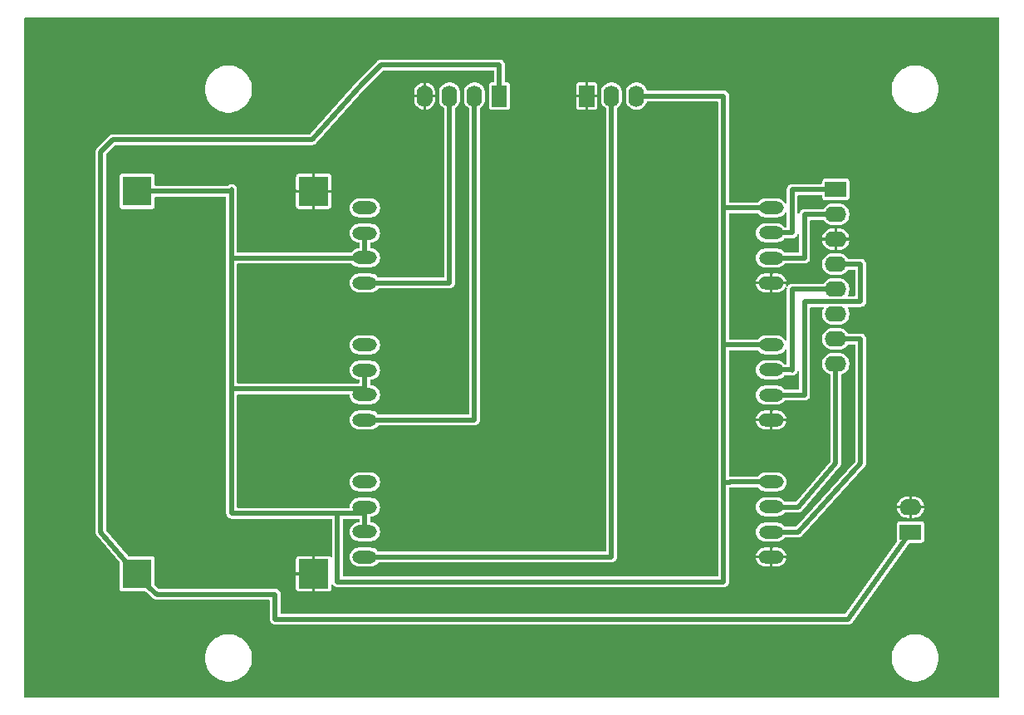
<source format=gbr>
G04 --- HEADER BEGIN --- *
G04 #@! TF.GenerationSoftware,LibrePCB,LibrePCB,1.1.0*
G04 #@! TF.CreationDate,2024-10-30T11:24:38*
G04 #@! TF.ProjectId,encoder diff driver board,5e1d4796-0e95-4f90-a33b-98ba50815d50,v1*
G04 #@! TF.Part,Single*
G04 #@! TF.SameCoordinates*
G04 #@! TF.FileFunction,Copper,L1,Top*
G04 #@! TF.FilePolarity,Positive*
%FSLAX66Y66*%
%MOMM*%
G01*
G75*
G04 --- HEADER END --- *
G04 --- APERTURE LIST BEGIN --- *
G04 #@! TA.AperFunction,ComponentPad*
%ADD10O,2.5X1.3*%
%ADD11O,2.19X1.587*%
%ADD12R,2.19X1.587*%
%ADD13O,1.587X2.19*%
%ADD14R,1.587X2.19*%
%ADD15R,3.0X3.0*%
G04 #@! TA.AperFunction,Conductor*
%ADD16C,0.5*%
%ADD17C,0.01*%
G04 #@! TD*
G04 --- APERTURE LIST END --- *
G04 --- BOARD BEGIN --- *
D10*
G04 #@! TO.N,+5V*
G04 #@! TO.C,MODULE2*
G04 #@! TO.P,MODULE2,DE,DE*
X-14995000Y-3800000D03*
G04 #@! TO.P,MODULE2,RE,RE*
X-14995000Y-1280000D03*
G04 #@! TO.N,N/C*
G04 #@! TO.P,MODULE2,RO,RO*
X-14995000Y1280000D03*
G04 #@! TO.N,B-*
G04 #@! TO.P,MODULE2,A,A*
X26425000Y-3820000D03*
G04 #@! TO.N,GND*
G04 #@! TO.P,MODULE2,GND,GND*
X26425000Y-6360000D03*
G04 #@! TO.N,B+*
G04 #@! TO.P,MODULE2,B,B*
X26425000Y-1260000D03*
G04 #@! TO.N,ENC_B*
G04 #@! TO.P,MODULE2,DI,DI*
X-14995000Y-6360000D03*
G04 #@! TO.N,+5V*
G04 #@! TO.P,MODULE2,VCC,VCC*
X26425000Y1280000D03*
D11*
G04 #@! TO.N,Z+*
G04 #@! TO.C,J4*
G04 #@! TO.P,J4,8,8*
X33020000Y-635000D03*
G04 #@! TO.N,B+*
G04 #@! TO.P,J4,5,5*
X33020000Y6985000D03*
G04 #@! TO.N,N/C*
G04 #@! TO.P,J4,6,6*
X33020000Y4445000D03*
D12*
G04 #@! TO.N,A-*
G04 #@! TO.P,J4,1,1*
X33020000Y17145000D03*
D11*
G04 #@! TO.N,A+*
G04 #@! TO.P,J4,2,2*
X33020000Y14605000D03*
G04 #@! TO.N,Z-*
G04 #@! TO.P,J4,7,7*
X33020000Y1905000D03*
G04 #@! TO.N,GND*
G04 #@! TO.P,J4,3,3*
X33020000Y12065000D03*
G04 #@! TO.N,B-*
G04 #@! TO.P,J4,4,4*
X33020000Y9525000D03*
D13*
G04 #@! TO.N,ENC_B*
G04 #@! TO.C,J11*
G04 #@! TO.P,J11,2,2*
X-3810000Y26670000D03*
G04 #@! TO.N,ENC_A*
G04 #@! TO.P,J11,3,3*
X-6350000Y26670000D03*
G04 #@! TO.N,GND*
G04 #@! TO.P,J11,4,4*
X-8890000Y26670000D03*
D14*
G04 #@! TO.N,+24V*
G04 #@! TO.P,J11,1,1*
X-1270000Y26670000D03*
D10*
G04 #@! TO.N,+5V*
G04 #@! TO.C,MODULE3*
G04 #@! TO.P,MODULE3,DE,DE*
X-14995000Y-17770000D03*
G04 #@! TO.P,MODULE3,RE,RE*
X-14995000Y-15250000D03*
G04 #@! TO.N,N/C*
G04 #@! TO.P,MODULE3,RO,RO*
X-14995000Y-12690000D03*
G04 #@! TO.N,Z-*
G04 #@! TO.P,MODULE3,A,A*
X26425000Y-17790000D03*
G04 #@! TO.N,GND*
G04 #@! TO.P,MODULE3,GND,GND*
X26425000Y-20330000D03*
G04 #@! TO.N,Z+*
G04 #@! TO.P,MODULE3,B,B*
X26425000Y-15230000D03*
G04 #@! TO.N,ENC_Z*
G04 #@! TO.P,MODULE3,DI,DI*
X-14995000Y-20330000D03*
G04 #@! TO.N,+5V*
G04 #@! TO.P,MODULE3,VCC,VCC*
X26425000Y-12690000D03*
D15*
G04 #@! TO.C,DC1*
G04 #@! TO.P,DC1,VOUT,VOUT+*
X-38210000Y16960000D03*
G04 #@! TO.N,GND*
G04 #@! TO.P,DC1,GNDIN,GND*
X-20210000Y16960000D03*
G04 #@! TO.N,+24V*
G04 #@! TO.P,DC1,VIN,VIN+*
X-38210000Y-22040000D03*
G04 #@! TO.N,GND*
G04 #@! TO.P,DC1,GNDIN,GND*
X-20210000Y-22040000D03*
D13*
G04 #@! TO.N,+5V*
G04 #@! TO.C,J9*
G04 #@! TO.P,J9,3,3*
X12700000Y26670000D03*
D14*
G04 #@! TO.N,GND*
G04 #@! TO.P,J9,1,1*
X7620000Y26670000D03*
D13*
G04 #@! TO.N,ENC_Z*
G04 #@! TO.P,J9,2,2*
X10160000Y26670000D03*
D10*
G04 #@! TO.N,+5V*
G04 #@! TO.C,MODULE1*
G04 #@! TO.P,MODULE1,DE,DE*
X-14995000Y10170000D03*
G04 #@! TO.P,MODULE1,RE,RE*
X-14995000Y12690000D03*
G04 #@! TO.N,N/C*
G04 #@! TO.P,MODULE1,RO,RO*
X-14995000Y15250000D03*
G04 #@! TO.N,A+*
G04 #@! TO.P,MODULE1,A,A*
X26425000Y10150000D03*
G04 #@! TO.N,GND*
G04 #@! TO.P,MODULE1,GND,GND*
X26425000Y7610000D03*
G04 #@! TO.N,A-*
G04 #@! TO.P,MODULE1,B,B*
X26425000Y12710000D03*
G04 #@! TO.N,ENC_A*
G04 #@! TO.P,MODULE1,DI,DI*
X-14995000Y7610000D03*
G04 #@! TO.N,+5V*
G04 #@! TO.P,MODULE1,VCC,VCC*
X26425000Y15250000D03*
D11*
G04 #@! TO.N,GND*
G04 #@! TO.C,J2*
G04 #@! TO.P,J2,2,2*
X40640000Y-15240000D03*
D12*
G04 #@! TO.N,+24V*
G04 #@! TO.P,J2,1,1*
X40640000Y-17780000D03*
D16*
G04 #@! TD.C*
G04 #@! TD.P*
G04 #@! TO.N,Z+*
X29210000Y-15240000D02*
X26425000Y-15240000D01*
X26425000Y-15240000D02*
X26425000Y-15230000D01*
X33020000Y-10795000D02*
X33020000Y-635000D01*
X29210000Y-15240000D02*
X33020000Y-10795000D01*
X33020000Y-10795000D02*
X33020000Y-10795000D01*
G04 #@! TO.N,ENC_B*
X-3810000Y-6360000D02*
X-3810000Y-6350000D01*
X-3810000Y26670000D02*
X-3810000Y-6350000D01*
X-14995000Y-6360000D02*
X-3810000Y-6360000D01*
G04 #@! TO.N,ENC_Z*
X10160000Y26670000D02*
X10160000Y-19685000D01*
X10160000Y-20330000D02*
X10160000Y-19685000D01*
X-14995000Y-20330000D02*
X10160000Y-20330000D01*
G04 #@! TO.N,A+*
X29845000Y14605000D02*
X29845000Y10160000D01*
X26425000Y10150000D02*
X29845000Y10150000D01*
X33020000Y14605000D02*
X29845000Y14605000D01*
X29845000Y10150000D02*
X29845000Y10160000D01*
G04 #@! TO.N,+5V*
X-28575000Y10160000D02*
X-14995000Y10160000D01*
X12700000Y26670000D02*
X21590000Y26670000D01*
X-38210000Y16960000D02*
X-28575000Y16960000D01*
X-28575000Y10160000D02*
X-28575000Y17145000D01*
X21590000Y-22860000D02*
X-17780000Y-22860000D01*
X-28575000Y-3175000D02*
X-14995000Y-3175000D01*
X21590000Y-12065000D02*
X21590000Y1270000D01*
X-17780000Y-15875000D02*
X-17780000Y-22225000D01*
X-17780000Y-22860000D02*
X-17780000Y-22225000D01*
X21590000Y-22860000D02*
X21590000Y-12065000D01*
X-28575000Y16960000D02*
X-28575000Y17145000D01*
X21590000Y15250000D02*
X26425000Y15250000D01*
X-14995000Y-3800000D02*
X-14995000Y-1280000D01*
X22225000Y-12700000D02*
X21590000Y-12700000D01*
X-14995000Y10160000D02*
X-14995000Y10170000D01*
X26425000Y-12690000D02*
X22225000Y-12690000D01*
X-17780000Y-15875000D02*
X-14995000Y-15875000D01*
X-28575000Y-3175000D02*
X-28575000Y10160000D01*
X-28575000Y-15875000D02*
X-28575000Y-3175000D01*
X21590000Y-12065000D02*
X21590000Y-12700000D01*
X21590000Y15250000D02*
X21590000Y26670000D01*
X-14995000Y-3175000D02*
X-14995000Y-3800000D01*
X-14995000Y10170000D02*
X-14995000Y12690000D01*
X-14995000Y-17770000D02*
X-14995000Y-15250000D01*
X26425000Y1280000D02*
X21590000Y1280000D01*
X-14995000Y-15875000D02*
X-14995000Y-15250000D01*
X21590000Y15250000D02*
X21590000Y1270000D01*
X21590000Y1280000D02*
X21590000Y1270000D01*
X-17780000Y-15875000D02*
X-28575000Y-15875000D01*
X22225000Y-12690000D02*
X22225000Y-12700000D01*
G04 #@! TO.N,Z-*
X29210000Y-17780000D02*
X26425000Y-17780000D01*
X29210000Y-17780000D02*
X35560000Y-10795000D01*
X35560000Y1905000D02*
X33020000Y1905000D01*
X35560000Y-10795000D02*
X35560000Y-10795000D01*
X26425000Y-17780000D02*
X26425000Y-17790000D01*
X35560000Y1905000D02*
X35560000Y1905000D01*
X35560000Y-10795000D02*
X35560000Y1905000D01*
G04 #@! TO.N,B+*
X33020000Y6985000D02*
X33020000Y6985000D01*
X28575000Y-1260000D02*
X28575000Y-1270000D01*
X26425000Y-1260000D02*
X28575000Y-1260000D01*
X28575000Y6985000D02*
X28575000Y-1270000D01*
X28575000Y6985000D02*
X33020000Y6985000D01*
G04 #@! TO.N,GND*
X-8890000Y26670000D02*
X-8780000Y26670000D01*
G04 #@! TO.N,A-*
X28575000Y12710000D02*
X28575000Y17145000D01*
X33020000Y17145000D02*
X28575000Y17145000D01*
X26425000Y12710000D02*
X28575000Y12710000D01*
G04 #@! TO.N,ENC_A*
X-6350000Y26670000D02*
X-6350000Y8255000D01*
X-14995000Y7610000D02*
X-6350000Y7610000D01*
X-6350000Y7610000D02*
X-6350000Y8255000D01*
G04 #@! TO.N,B-*
X26425000Y-3820000D02*
X29845000Y-3820000D01*
X35560000Y5715000D02*
X29845000Y5715000D01*
X29845000Y-3820000D02*
X29845000Y5715000D01*
X33020000Y9525000D02*
X35560000Y9525000D01*
X35560000Y9525000D02*
X35560000Y5715000D01*
G04 #@! TO.N,+24V*
X-36195000Y-24130000D02*
X-36940000Y-23495000D01*
X-36940000Y-23495000D02*
X-38210000Y-22040000D01*
X-13335000Y29845000D02*
X-15240000Y27940000D01*
X-20320000Y22225000D02*
X-15240000Y27940000D01*
X34290000Y-26670000D02*
X40640000Y-17780000D01*
X-1270000Y29845000D02*
X-1270000Y26670000D01*
X-39370000Y-20770000D02*
X-41910000Y-17780000D01*
X-20320000Y22225000D02*
X-40640000Y22225000D01*
X-40640000Y22225000D02*
X-41910000Y20955000D01*
X-1270000Y29845000D02*
X-13335000Y29845000D01*
X-24130000Y-24130000D02*
X-24130000Y-26670000D01*
X-36195000Y-24130000D02*
X-24130000Y-24130000D01*
X-24130000Y-26670000D02*
X34290000Y-26670000D01*
X-41910000Y-17780000D02*
X-41910000Y20955000D01*
X-38210000Y-22040000D02*
X-39370000Y-20770000D01*
G04 #@! TO.N,GND*
X26425000Y-6350000D02*
X26425000Y-6360000D01*
D17*
G04 #@! TA.AperFunction,Conductor*
G36*
X-49700000Y-34600001D02*
X-49680500Y-34659328D01*
X-49600001Y-34700000D01*
X-29042559Y-34700000D01*
X-29042559Y-33020264D01*
X-29048814Y-33019870D01*
X-29341585Y-32982884D01*
X-29347771Y-32981704D01*
X-29633588Y-32908320D01*
X-29639565Y-32906378D01*
X-29913952Y-32797740D01*
X-29919620Y-32795073D01*
X-30178238Y-32652897D01*
X-30183520Y-32649544D01*
X-30422282Y-32476075D01*
X-30427105Y-32472085D01*
X-30642230Y-32270069D01*
X-30646529Y-32265490D01*
X-30834648Y-32038094D01*
X-30838319Y-32033041D01*
X-30996453Y-31783860D01*
X-30999472Y-31778371D01*
X-31125132Y-31511331D01*
X-31127432Y-31505521D01*
X-31218631Y-31224837D01*
X-31220187Y-31218777D01*
X-31275488Y-30928877D01*
X-31276272Y-30922674D01*
X-31294803Y-30628131D01*
X-31294803Y-30621869D01*
X-31276272Y-30327326D01*
X-31275488Y-30321123D01*
X-31220187Y-30031223D01*
X-31218631Y-30025163D01*
X-31127432Y-29744479D01*
X-31125132Y-29738669D01*
X-30999472Y-29471629D01*
X-30996453Y-29466140D01*
X-30838319Y-29216959D01*
X-30834648Y-29211906D01*
X-30646529Y-28984510D01*
X-30642230Y-28979931D01*
X-30427105Y-28777915D01*
X-30422282Y-28773925D01*
X-30183520Y-28600456D01*
X-30178238Y-28597103D01*
X-29919620Y-28454927D01*
X-29913952Y-28452260D01*
X-29639565Y-28343622D01*
X-29633588Y-28341680D01*
X-29347771Y-28268296D01*
X-29341585Y-28267116D01*
X-29048814Y-28230130D01*
X-29042559Y-28229736D01*
X-28747441Y-28229736D01*
X-28741186Y-28230130D01*
X-28448415Y-28267116D01*
X-28442229Y-28268296D01*
X-28156412Y-28341680D01*
X-28150435Y-28343622D01*
X-27876048Y-28452260D01*
X-27870380Y-28454927D01*
X-27611762Y-28597103D01*
X-27606480Y-28600456D01*
X-27367718Y-28773925D01*
X-27362895Y-28777915D01*
X-27147770Y-28979931D01*
X-27143471Y-28984510D01*
X-26955352Y-29211906D01*
X-26951681Y-29216959D01*
X-26793547Y-29466140D01*
X-26790528Y-29471629D01*
X-26664868Y-29738669D01*
X-26662568Y-29744479D01*
X-26571369Y-30025163D01*
X-26569813Y-30031223D01*
X-26514512Y-30321123D01*
X-26513728Y-30327326D01*
X-26495197Y-30621869D01*
X-26495197Y-30628131D01*
X-26513728Y-30922674D01*
X-26514512Y-30928877D01*
X-26569813Y-31218777D01*
X-26571369Y-31224837D01*
X-26662568Y-31505521D01*
X-26664868Y-31511331D01*
X-26790528Y-31778371D01*
X-26793547Y-31783860D01*
X-26951681Y-32033041D01*
X-26955352Y-32038094D01*
X-27143471Y-32265490D01*
X-27147770Y-32270069D01*
X-27362895Y-32472085D01*
X-27367718Y-32476075D01*
X-27606480Y-32649544D01*
X-27611762Y-32652897D01*
X-27870380Y-32795073D01*
X-27876048Y-32797740D01*
X-28150435Y-32906378D01*
X-28156412Y-32908320D01*
X-28442229Y-32981704D01*
X-28448415Y-32982884D01*
X-28741186Y-33019870D01*
X-28747441Y-33020264D01*
X-29042559Y-33020264D01*
X-29042559Y-34700000D01*
X-24126719Y-34700000D01*
X-24126719Y-27220000D01*
X-24133256Y-27219571D01*
X-24265850Y-27202115D01*
X-24278406Y-27198751D01*
X-24398945Y-27148822D01*
X-24410200Y-27142324D01*
X-24513709Y-27062899D01*
X-24522899Y-27053709D01*
X-24602324Y-26950200D01*
X-24608822Y-26938945D01*
X-24658751Y-26818406D01*
X-24662115Y-26805850D01*
X-24679571Y-26673256D01*
X-24680000Y-26666719D01*
X-24680000Y-24779999D01*
X-24699500Y-24720672D01*
X-24779999Y-24680000D01*
X-36191719Y-24680000D01*
X-36198256Y-24679571D01*
X-36240716Y-24673981D01*
X-36248636Y-24673257D01*
X-36288136Y-24671227D01*
X-36300930Y-24668869D01*
X-36306883Y-24666941D01*
X-36324633Y-24662934D01*
X-36330849Y-24662116D01*
X-36343405Y-24658751D01*
X-36379945Y-24643616D01*
X-36387406Y-24640867D01*
X-36425052Y-24628677D01*
X-36436779Y-24623097D01*
X-36442044Y-24619686D01*
X-36458153Y-24611222D01*
X-36463942Y-24608824D01*
X-36475194Y-24602327D01*
X-36506582Y-24578242D01*
X-36513081Y-24573654D01*
X-36549034Y-24550358D01*
X-36554268Y-24546458D01*
X-37294286Y-23915705D01*
X-37298973Y-23911147D01*
X-37320098Y-23887733D01*
X-37328234Y-23879691D01*
X-37344941Y-23864970D01*
X-37411051Y-23840000D01*
X-39706069Y-23840000D01*
X-39713882Y-23839385D01*
X-39794931Y-23826548D01*
X-39809718Y-23821744D01*
X-39879326Y-23786277D01*
X-39891899Y-23777142D01*
X-39947142Y-23721899D01*
X-39956277Y-23709326D01*
X-39991744Y-23639718D01*
X-39996548Y-23624931D01*
X-40009385Y-23543882D01*
X-40010000Y-23536069D01*
X-40010000Y-20902873D01*
X-40033787Y-20838131D01*
X-42327052Y-18138579D01*
X-42330943Y-18133338D01*
X-42353886Y-18097801D01*
X-42358565Y-18091162D01*
X-42382325Y-18060199D01*
X-42388823Y-18048944D01*
X-42391428Y-18042655D01*
X-42399802Y-18026686D01*
X-42403493Y-18020970D01*
X-42409058Y-18009222D01*
X-42421019Y-17972075D01*
X-42423817Y-17964458D01*
X-42438753Y-17928397D01*
X-42442114Y-17915855D01*
X-42443003Y-17909105D01*
X-42446959Y-17891515D01*
X-42449044Y-17885038D01*
X-42451380Y-17872248D01*
X-42453318Y-17833278D01*
X-42454051Y-17825193D01*
X-42459573Y-17783252D01*
X-42460000Y-17776730D01*
X-42460000Y20951731D01*
X-42459574Y20958240D01*
X-42442115Y21090860D01*
X-42438754Y21103402D01*
X-42388821Y21223949D01*
X-42382325Y21235200D01*
X-42348365Y21279457D01*
X-42303067Y21338490D01*
X-42298638Y21342871D01*
X-42297265Y21345552D01*
X-41029828Y22612989D01*
X-41027871Y22613638D01*
X-41023490Y22618067D01*
X-40920200Y22697324D01*
X-40908945Y22703822D01*
X-40788406Y22753751D01*
X-40775850Y22757115D01*
X-40643256Y22774571D01*
X-40636719Y22775000D01*
X-29042559Y22775000D01*
X-29042559Y24979736D01*
X-29048814Y24980130D01*
X-29341585Y25017116D01*
X-29347771Y25018296D01*
X-29633588Y25091680D01*
X-29639565Y25093622D01*
X-29913952Y25202260D01*
X-29919620Y25204927D01*
X-30178238Y25347103D01*
X-30183520Y25350456D01*
X-30422282Y25523925D01*
X-30427105Y25527915D01*
X-30642230Y25729931D01*
X-30646529Y25734510D01*
X-30834648Y25961906D01*
X-30838319Y25966959D01*
X-30996453Y26216140D01*
X-30999472Y26221629D01*
X-31125132Y26488669D01*
X-31127432Y26494479D01*
X-31218631Y26775163D01*
X-31220187Y26781223D01*
X-31275488Y27071123D01*
X-31276272Y27077326D01*
X-31294803Y27371869D01*
X-31294803Y27378131D01*
X-31276272Y27672674D01*
X-31275488Y27678877D01*
X-31220187Y27968777D01*
X-31218631Y27974837D01*
X-31127432Y28255521D01*
X-31125132Y28261331D01*
X-30999472Y28528371D01*
X-30996453Y28533860D01*
X-30838319Y28783041D01*
X-30834648Y28788094D01*
X-30646529Y29015490D01*
X-30642230Y29020069D01*
X-30427105Y29222085D01*
X-30422282Y29226075D01*
X-30183520Y29399544D01*
X-30178238Y29402897D01*
X-29919620Y29545073D01*
X-29913952Y29547740D01*
X-29639565Y29656378D01*
X-29633588Y29658320D01*
X-29347771Y29731704D01*
X-29341585Y29732884D01*
X-29048814Y29769870D01*
X-29042559Y29770264D01*
X-28747441Y29770264D01*
X-28741186Y29769870D01*
X-28448415Y29732884D01*
X-28442229Y29731704D01*
X-28156412Y29658320D01*
X-28150435Y29656378D01*
X-27876048Y29547740D01*
X-27870380Y29545073D01*
X-27611762Y29402897D01*
X-27606480Y29399544D01*
X-27367718Y29226075D01*
X-27362895Y29222085D01*
X-27147770Y29020069D01*
X-27143471Y29015490D01*
X-26955352Y28788094D01*
X-26951681Y28783041D01*
X-26793547Y28533860D01*
X-26790528Y28528371D01*
X-26664868Y28261331D01*
X-26662568Y28255521D01*
X-26571369Y27974837D01*
X-26569813Y27968777D01*
X-26514512Y27678877D01*
X-26513728Y27672674D01*
X-26495197Y27378131D01*
X-26495197Y27371869D01*
X-26513728Y27077326D01*
X-26514512Y27071123D01*
X-26569813Y26781223D01*
X-26571369Y26775163D01*
X-26662568Y26494479D01*
X-26664868Y26488669D01*
X-26790528Y26221629D01*
X-26793547Y26216140D01*
X-26951681Y25966959D01*
X-26955352Y25961906D01*
X-27143471Y25734510D01*
X-27147770Y25729931D01*
X-27362895Y25527915D01*
X-27367718Y25523925D01*
X-27606480Y25350456D01*
X-27611762Y25347103D01*
X-27870380Y25204927D01*
X-27876048Y25202260D01*
X-28150435Y25093622D01*
X-28156412Y25091680D01*
X-28442229Y25018296D01*
X-28448415Y25017116D01*
X-28741186Y24980130D01*
X-28747441Y24979736D01*
X-29042559Y24979736D01*
X-29042559Y22775000D01*
X-20611892Y22775000D01*
X-20537152Y22808563D01*
X-15653244Y28302960D01*
X-15648605Y28307537D01*
X-15646498Y28309360D01*
X-15632590Y28324110D01*
X-15630897Y28326316D01*
X-15626595Y28331222D01*
X-13724828Y30232989D01*
X-13722871Y30233638D01*
X-13718490Y30238067D01*
X-13615200Y30317324D01*
X-13603945Y30323822D01*
X-13483406Y30373751D01*
X-13470850Y30377115D01*
X-13338256Y30394571D01*
X-13331719Y30395000D01*
X-1273281Y30395000D01*
X-1266744Y30394571D01*
X-1134150Y30377115D01*
X-1121594Y30373751D01*
X-1001055Y30323822D01*
X-989800Y30317324D01*
X-886291Y30237899D01*
X-877101Y30228709D01*
X-797676Y30125200D01*
X-791178Y30113945D01*
X-741249Y29993406D01*
X-737885Y29980850D01*
X-720429Y29848256D01*
X-720000Y29841719D01*
X-720000Y28164999D01*
X-700500Y28105672D01*
X-620001Y28065000D01*
X-480431Y28065000D01*
X-472618Y28064385D01*
X-391569Y28051548D01*
X-376782Y28046744D01*
X-307174Y28011277D01*
X-294601Y28002142D01*
X-239358Y27946899D01*
X-230223Y27934326D01*
X-194756Y27864718D01*
X-189952Y27849931D01*
X-177115Y27768882D01*
X-176500Y27761069D01*
X-176500Y25578931D01*
X-177115Y25571118D01*
X-189952Y25490069D01*
X-194756Y25475282D01*
X-230223Y25405674D01*
X-239358Y25393101D01*
X-294601Y25337858D01*
X-307174Y25328723D01*
X-376782Y25293256D01*
X-391569Y25288452D01*
X-472618Y25275615D01*
X-480431Y25275000D01*
X-2059569Y25275000D01*
X-2067382Y25275615D01*
X-2148431Y25288452D01*
X-2163218Y25293256D01*
X-2232826Y25328723D01*
X-2245399Y25337858D01*
X-2300642Y25393101D01*
X-2309777Y25405674D01*
X-2345244Y25475282D01*
X-2350048Y25490069D01*
X-2362885Y25571118D01*
X-2363500Y25578931D01*
X-2363500Y27761069D01*
X-2362885Y27768882D01*
X-2350048Y27849931D01*
X-2345244Y27864718D01*
X-2309777Y27934326D01*
X-2300642Y27946899D01*
X-2245399Y28002142D01*
X-2232826Y28011277D01*
X-2163218Y28046744D01*
X-2148431Y28051548D01*
X-2067382Y28064385D01*
X-2059569Y28065000D01*
X-1919999Y28065000D01*
X-1860672Y28084500D01*
X-1820000Y28164999D01*
X-1820000Y29195001D01*
X-1839500Y29254328D01*
X-1919999Y29295000D01*
X-13065762Y29295000D01*
X-13136472Y29265711D01*
X-14837583Y27564600D01*
X-14841613Y27560326D01*
X-19906747Y21862051D01*
X-19911403Y21857457D01*
X-19913496Y21855646D01*
X-19925870Y21842522D01*
X-19936291Y21832101D01*
X-19973012Y21803924D01*
X-19977566Y21800212D01*
X-20012551Y21769943D01*
X-20024831Y21761857D01*
X-20038322Y21753529D01*
X-20051056Y21746177D01*
X-20093818Y21728465D01*
X-20099179Y21726058D01*
X-20140801Y21705877D01*
X-20154798Y21701230D01*
X-20169919Y21696698D01*
X-20184147Y21692886D01*
X-20230015Y21686847D01*
X-20235814Y21685910D01*
X-20281270Y21677184D01*
X-20295957Y21676320D01*
X-20313998Y21675790D01*
X-20316745Y21675428D01*
X-20323279Y21675000D01*
X-40370762Y21675000D01*
X-40441472Y21645711D01*
X-41330711Y20756472D01*
X-41360000Y20685762D01*
X-41360000Y-17541182D01*
X-41336213Y-17605924D01*
X-39128521Y-20204743D01*
X-39052309Y-20240000D01*
X-36713931Y-20240000D01*
X-36706118Y-20240615D01*
X-36625069Y-20253452D01*
X-36610282Y-20258256D01*
X-36540674Y-20293723D01*
X-36528101Y-20302858D01*
X-36472858Y-20358101D01*
X-36463723Y-20370674D01*
X-36428256Y-20440282D01*
X-36423452Y-20455069D01*
X-36410615Y-20536118D01*
X-36410000Y-20543931D01*
X-36410000Y-23177904D01*
X-36374869Y-23254009D01*
X-36020440Y-23556106D01*
X-35955572Y-23580000D01*
X-24133281Y-23580000D01*
X-24126744Y-23580429D01*
X-23994150Y-23597885D01*
X-23981594Y-23601249D01*
X-23861055Y-23651178D01*
X-23849800Y-23657676D01*
X-23746291Y-23737101D01*
X-23737101Y-23746291D01*
X-23657676Y-23849800D01*
X-23651178Y-23861055D01*
X-23601249Y-23981594D01*
X-23597885Y-23994150D01*
X-23580429Y-24126744D01*
X-23580000Y-24133281D01*
X-23580000Y-26020001D01*
X-23560500Y-26079328D01*
X-23480001Y-26120000D01*
X-21706069Y-26120000D01*
X-21706069Y-23840000D01*
X-21713882Y-23839385D01*
X-21794931Y-23826548D01*
X-21809718Y-23821744D01*
X-21879326Y-23786277D01*
X-21891899Y-23777142D01*
X-21947142Y-23721899D01*
X-21956277Y-23709326D01*
X-21991744Y-23639718D01*
X-21996548Y-23624931D01*
X-22009385Y-23543882D01*
X-22010000Y-23536069D01*
X-22010000Y-22206018D01*
X-22008434Y-22201253D01*
X-21993987Y-22193953D01*
X-21993987Y-21889995D01*
X-21998752Y-21888429D01*
X-22010000Y-21866167D01*
X-22010000Y-20543931D01*
X-22009385Y-20536118D01*
X-21996548Y-20455069D01*
X-21991744Y-20440282D01*
X-21956277Y-20370674D01*
X-21947142Y-20358101D01*
X-21891899Y-20302858D01*
X-21879326Y-20293723D01*
X-21809718Y-20258256D01*
X-21794931Y-20253452D01*
X-21713882Y-20240615D01*
X-21706069Y-20240000D01*
X-20376018Y-20240000D01*
X-20371253Y-20241566D01*
X-20360005Y-20263828D01*
X-20360005Y-20540000D01*
X-21710000Y-20540000D01*
X-21710000Y-21889995D01*
X-21993987Y-21889995D01*
X-21993987Y-22193953D01*
X-21986172Y-22190005D01*
X-21710000Y-22190005D01*
X-21710000Y-23540000D01*
X-20360005Y-23540000D01*
X-20360005Y-23823987D01*
X-20361571Y-23828752D01*
X-20383833Y-23840000D01*
X-21706069Y-23840000D01*
X-21706069Y-26120000D01*
X-20043982Y-26120000D01*
X-20043982Y-23840000D01*
X-20048747Y-23838434D01*
X-20059995Y-23816172D01*
X-20059995Y-23540000D01*
X-18710000Y-23540000D01*
X-18710000Y-20540000D01*
X-20059995Y-20540000D01*
X-20059995Y-20256013D01*
X-20058429Y-20251248D01*
X-20036167Y-20240000D01*
X-18713931Y-20240000D01*
X-18706118Y-20240615D01*
X-18625069Y-20253452D01*
X-18610282Y-20258256D01*
X-18540674Y-20293723D01*
X-18528101Y-20302858D01*
X-18500709Y-20330250D01*
X-18444970Y-20358412D01*
X-18383392Y-20348014D01*
X-18339991Y-20303110D01*
X-18330000Y-20259540D01*
X-18330000Y-16524999D01*
X-18349500Y-16465672D01*
X-18429999Y-16425000D01*
X-28571719Y-16425000D01*
X-28578256Y-16424571D01*
X-28710850Y-16407115D01*
X-28723406Y-16403751D01*
X-28843945Y-16353822D01*
X-28855200Y-16347324D01*
X-28958709Y-16267899D01*
X-28967899Y-16258709D01*
X-29047324Y-16155200D01*
X-29053822Y-16143945D01*
X-29103751Y-16023406D01*
X-29107115Y-16010850D01*
X-29124571Y-15878256D01*
X-29125000Y-15871719D01*
X-29125000Y16310001D01*
X-29144500Y16369328D01*
X-29224999Y16410000D01*
X-36310001Y16410000D01*
X-36369328Y16390500D01*
X-36410000Y16310001D01*
X-36410000Y15463931D01*
X-36410615Y15456118D01*
X-36423452Y15375069D01*
X-36428256Y15360282D01*
X-36463723Y15290674D01*
X-36472858Y15278101D01*
X-36528101Y15222858D01*
X-36540674Y15213723D01*
X-36610282Y15178256D01*
X-36625069Y15173452D01*
X-36706118Y15160615D01*
X-36713931Y15160000D01*
X-39706069Y15160000D01*
X-39713882Y15160615D01*
X-39794931Y15173452D01*
X-39809718Y15178256D01*
X-39879326Y15213723D01*
X-39891899Y15222858D01*
X-39947142Y15278101D01*
X-39956277Y15290674D01*
X-39991744Y15360282D01*
X-39996548Y15375069D01*
X-40009385Y15456118D01*
X-40010000Y15463931D01*
X-40010000Y18456069D01*
X-40009385Y18463882D01*
X-39996548Y18544931D01*
X-39991744Y18559718D01*
X-39956277Y18629326D01*
X-39947142Y18641899D01*
X-39891899Y18697142D01*
X-39879326Y18706277D01*
X-39809718Y18741744D01*
X-39794931Y18746548D01*
X-39713882Y18759385D01*
X-39706069Y18760000D01*
X-36713931Y18760000D01*
X-36706118Y18759385D01*
X-36625069Y18746548D01*
X-36610282Y18741744D01*
X-36540674Y18706277D01*
X-36528101Y18697142D01*
X-36472858Y18641899D01*
X-36463723Y18629326D01*
X-36428256Y18559718D01*
X-36423452Y18544931D01*
X-36410615Y18463882D01*
X-36410000Y18456069D01*
X-36410000Y17609999D01*
X-36390500Y17550672D01*
X-36310001Y17510000D01*
X-29028029Y17510000D01*
X-28965452Y17535920D01*
X-28963909Y17533909D01*
X-28855200Y17617324D01*
X-28843945Y17623822D01*
X-28723406Y17673751D01*
X-28710850Y17677115D01*
X-28581502Y17694144D01*
X-28568498Y17694144D01*
X-28439150Y17677115D01*
X-28426594Y17673751D01*
X-28306055Y17623822D01*
X-28294800Y17617324D01*
X-28191291Y17537899D01*
X-28182101Y17528709D01*
X-28102676Y17425200D01*
X-28096178Y17413945D01*
X-28046249Y17293406D01*
X-28042885Y17280850D01*
X-28025429Y17148256D01*
X-28025000Y17141719D01*
X-28025000Y10809999D01*
X-28005500Y10750672D01*
X-27925001Y10710000D01*
X-21706069Y10710000D01*
X-21706069Y15160000D01*
X-21713882Y15160615D01*
X-21794931Y15173452D01*
X-21809718Y15178256D01*
X-21879326Y15213723D01*
X-21891899Y15222858D01*
X-21947142Y15278101D01*
X-21956277Y15290674D01*
X-21991744Y15360282D01*
X-21996548Y15375069D01*
X-22009385Y15456118D01*
X-22010000Y15463931D01*
X-22010000Y16793982D01*
X-22008434Y16798747D01*
X-21993987Y16806046D01*
X-21993987Y17110005D01*
X-21998752Y17111571D01*
X-22010000Y17133833D01*
X-22010000Y18456069D01*
X-22009385Y18463882D01*
X-21996548Y18544931D01*
X-21991744Y18559718D01*
X-21956277Y18629326D01*
X-21947142Y18641899D01*
X-21891899Y18697142D01*
X-21879326Y18706277D01*
X-21809718Y18741744D01*
X-21794931Y18746548D01*
X-21713882Y18759385D01*
X-21706069Y18760000D01*
X-20376018Y18760000D01*
X-20371253Y18758434D01*
X-20360005Y18736172D01*
X-20360005Y18460000D01*
X-21710000Y18460000D01*
X-21710000Y17110005D01*
X-21993987Y17110005D01*
X-21993987Y16806046D01*
X-21986172Y16809995D01*
X-21710000Y16809995D01*
X-21710000Y15460000D01*
X-20360005Y15460000D01*
X-20360005Y15176013D01*
X-20361571Y15171248D01*
X-20383833Y15160000D01*
X-21706069Y15160000D01*
X-21706069Y10710000D01*
X-20043982Y10710000D01*
X-20043982Y15160000D01*
X-20048747Y15161566D01*
X-20059995Y15183828D01*
X-20059995Y15460000D01*
X-18710000Y15460000D01*
X-18710000Y16809995D01*
X-18710000Y17110005D01*
X-18710000Y18460000D01*
X-20059995Y18460000D01*
X-20059995Y18743987D01*
X-20058429Y18748752D01*
X-20036167Y18760000D01*
X-18713931Y18760000D01*
X-18706118Y18759385D01*
X-18625069Y18746548D01*
X-18610282Y18741744D01*
X-18540674Y18706277D01*
X-18528101Y18697142D01*
X-18472858Y18641899D01*
X-18463723Y18629326D01*
X-18428256Y18559718D01*
X-18423452Y18544931D01*
X-18410615Y18463882D01*
X-18410000Y18456069D01*
X-18410000Y17126018D01*
X-18411566Y17121253D01*
X-18433828Y17110005D01*
X-18710000Y17110005D01*
X-18710000Y16809995D01*
X-18426013Y16809995D01*
X-18421248Y16808429D01*
X-18410000Y16786167D01*
X-18410000Y15463931D01*
X-18410615Y15456118D01*
X-18423452Y15375069D01*
X-18428256Y15360282D01*
X-18463723Y15290674D01*
X-18472858Y15278101D01*
X-18528101Y15222858D01*
X-18540674Y15213723D01*
X-18610282Y15178256D01*
X-18625069Y15173452D01*
X-18706118Y15160615D01*
X-18713931Y15160000D01*
X-20043982Y15160000D01*
X-20043982Y10710000D01*
X-16422173Y10710000D01*
X-16344873Y10746560D01*
X-16269868Y10837953D01*
X-16262953Y10844868D01*
X-16126590Y10956779D01*
X-16118458Y10962213D01*
X-15962887Y11045367D01*
X-15953843Y11049114D01*
X-15785040Y11100319D01*
X-15775443Y11102228D01*
X-15635197Y11116041D01*
X-15578067Y11141262D01*
X-15545000Y11215558D01*
X-15545000Y11644442D01*
X-15564500Y11703769D01*
X-15635197Y11743959D01*
X-15775443Y11757772D01*
X-15785040Y11759681D01*
X-15953843Y11810886D01*
X-15962887Y11814633D01*
X-16118458Y11897787D01*
X-16126590Y11903221D01*
X-16262953Y12015132D01*
X-16269868Y12022047D01*
X-16381779Y12158410D01*
X-16387213Y12166542D01*
X-16470367Y12322113D01*
X-16474114Y12331157D01*
X-16525319Y12499960D01*
X-16527228Y12509557D01*
X-16544518Y12685106D01*
X-16544518Y12694894D01*
X-16527228Y12870443D01*
X-16525319Y12880040D01*
X-16474114Y13048843D01*
X-16470367Y13057887D01*
X-16387213Y13213458D01*
X-16381779Y13221590D01*
X-16269868Y13357953D01*
X-16262953Y13364868D01*
X-16126590Y13476779D01*
X-16118458Y13482213D01*
X-15962887Y13565367D01*
X-15953843Y13569114D01*
X-15785040Y13620319D01*
X-15775443Y13622228D01*
X-15597443Y13639759D01*
X-15592550Y13640000D01*
X-15592550Y14300000D01*
X-15597443Y14300241D01*
X-15775443Y14317772D01*
X-15785040Y14319681D01*
X-15953843Y14370886D01*
X-15962887Y14374633D01*
X-16118458Y14457787D01*
X-16126590Y14463221D01*
X-16262953Y14575132D01*
X-16269868Y14582047D01*
X-16381779Y14718410D01*
X-16387213Y14726542D01*
X-16470367Y14882113D01*
X-16474114Y14891157D01*
X-16525319Y15059960D01*
X-16527228Y15069557D01*
X-16544518Y15245106D01*
X-16544518Y15254894D01*
X-16527228Y15430443D01*
X-16525319Y15440040D01*
X-16474114Y15608843D01*
X-16470367Y15617887D01*
X-16387213Y15773458D01*
X-16381779Y15781590D01*
X-16269868Y15917953D01*
X-16262953Y15924868D01*
X-16126590Y16036779D01*
X-16118458Y16042213D01*
X-15962887Y16125367D01*
X-15953843Y16129114D01*
X-15785040Y16180319D01*
X-15775443Y16182228D01*
X-15597443Y16199759D01*
X-15592550Y16200000D01*
X-14397450Y16200000D01*
X-14392557Y16199759D01*
X-14214557Y16182228D01*
X-14204960Y16180319D01*
X-14036157Y16129114D01*
X-14027113Y16125367D01*
X-13871542Y16042213D01*
X-13863410Y16036779D01*
X-13727047Y15924868D01*
X-13720132Y15917953D01*
X-13608221Y15781590D01*
X-13602787Y15773458D01*
X-13519633Y15617887D01*
X-13515886Y15608843D01*
X-13464681Y15440040D01*
X-13462772Y15430443D01*
X-13445482Y15254894D01*
X-13445482Y15245106D01*
X-13462772Y15069557D01*
X-13464681Y15059960D01*
X-13515886Y14891157D01*
X-13519633Y14882113D01*
X-13602787Y14726542D01*
X-13608221Y14718410D01*
X-13720132Y14582047D01*
X-13727047Y14575132D01*
X-13863410Y14463221D01*
X-13871542Y14457787D01*
X-14027113Y14374633D01*
X-14036157Y14370886D01*
X-14204960Y14319681D01*
X-14214557Y14317772D01*
X-14392557Y14300241D01*
X-14397450Y14300000D01*
X-15592550Y14300000D01*
X-15592550Y13640000D01*
X-14397450Y13640000D01*
X-14392557Y13639759D01*
X-14214557Y13622228D01*
X-14204960Y13620319D01*
X-14036157Y13569114D01*
X-14027113Y13565367D01*
X-13871542Y13482213D01*
X-13863410Y13476779D01*
X-13727047Y13364868D01*
X-13720132Y13357953D01*
X-13608221Y13221590D01*
X-13602787Y13213458D01*
X-13519633Y13057887D01*
X-13515886Y13048843D01*
X-13464681Y12880040D01*
X-13462772Y12870443D01*
X-13445482Y12694894D01*
X-13445482Y12685106D01*
X-13462772Y12509557D01*
X-13464681Y12499960D01*
X-13515886Y12331157D01*
X-13519633Y12322113D01*
X-13602787Y12166542D01*
X-13608221Y12158410D01*
X-13720132Y12022047D01*
X-13727047Y12015132D01*
X-13863410Y11903221D01*
X-13871542Y11897787D01*
X-14027113Y11814633D01*
X-14036157Y11810886D01*
X-14204960Y11759681D01*
X-14214557Y11757772D01*
X-14354803Y11743959D01*
X-14411933Y11718738D01*
X-14445000Y11644442D01*
X-14445000Y11215558D01*
X-14425500Y11156231D01*
X-14354803Y11116041D01*
X-14214557Y11102228D01*
X-14204960Y11100319D01*
X-14036157Y11049114D01*
X-14027113Y11045367D01*
X-13871542Y10962213D01*
X-13863410Y10956779D01*
X-13727047Y10844868D01*
X-13720132Y10837953D01*
X-13608221Y10701590D01*
X-13602787Y10693458D01*
X-13519633Y10537887D01*
X-13515886Y10528843D01*
X-13464681Y10360040D01*
X-13462772Y10350443D01*
X-13445482Y10174894D01*
X-13445482Y10165106D01*
X-13462772Y9989557D01*
X-13464681Y9979960D01*
X-13515886Y9811157D01*
X-13519633Y9802113D01*
X-13602787Y9646542D01*
X-13608221Y9638410D01*
X-13720132Y9502047D01*
X-13727047Y9495132D01*
X-13863410Y9383221D01*
X-13871542Y9377787D01*
X-14027113Y9294633D01*
X-14036157Y9290886D01*
X-14204960Y9239681D01*
X-14214557Y9237772D01*
X-14392557Y9220241D01*
X-14397450Y9220000D01*
X-15592550Y9220000D01*
X-15597443Y9220241D01*
X-15775443Y9237772D01*
X-15785040Y9239681D01*
X-15953843Y9290886D01*
X-15962887Y9294633D01*
X-16118458Y9377787D01*
X-16126590Y9383221D01*
X-16262953Y9495132D01*
X-16269868Y9502047D01*
X-16328459Y9573440D01*
X-16405759Y9610000D01*
X-27925001Y9610000D01*
X-27984328Y9590500D01*
X-28025000Y9510001D01*
X-28025000Y-2525001D01*
X-28005500Y-2584328D01*
X-27925001Y-2625000D01*
X-15644999Y-2625000D01*
X-15585672Y-2605500D01*
X-15545000Y-2525001D01*
X-15545000Y-2325558D01*
X-15564500Y-2266231D01*
X-15635197Y-2226041D01*
X-15775443Y-2212228D01*
X-15785040Y-2210319D01*
X-15953843Y-2159114D01*
X-15962887Y-2155367D01*
X-16118458Y-2072213D01*
X-16126590Y-2066779D01*
X-16262953Y-1954868D01*
X-16269868Y-1947953D01*
X-16381779Y-1811590D01*
X-16387213Y-1803458D01*
X-16470367Y-1647887D01*
X-16474114Y-1638843D01*
X-16525319Y-1470040D01*
X-16527228Y-1460443D01*
X-16544518Y-1284894D01*
X-16544518Y-1275106D01*
X-16527228Y-1099557D01*
X-16525319Y-1089960D01*
X-16474114Y-921157D01*
X-16470367Y-912113D01*
X-16387213Y-756542D01*
X-16381779Y-748410D01*
X-16269868Y-612047D01*
X-16262953Y-605132D01*
X-16126590Y-493221D01*
X-16118458Y-487787D01*
X-15962887Y-404633D01*
X-15953843Y-400886D01*
X-15785040Y-349681D01*
X-15775443Y-347772D01*
X-15597443Y-330241D01*
X-15592550Y-330000D01*
X-15592550Y330000D01*
X-15597443Y330241D01*
X-15775443Y347772D01*
X-15785040Y349681D01*
X-15953843Y400886D01*
X-15962887Y404633D01*
X-16118458Y487787D01*
X-16126590Y493221D01*
X-16262953Y605132D01*
X-16269868Y612047D01*
X-16381779Y748410D01*
X-16387213Y756542D01*
X-16470367Y912113D01*
X-16474114Y921157D01*
X-16525319Y1089960D01*
X-16527228Y1099557D01*
X-16544518Y1275106D01*
X-16544518Y1284894D01*
X-16527228Y1460443D01*
X-16525319Y1470040D01*
X-16474114Y1638843D01*
X-16470367Y1647887D01*
X-16387213Y1803458D01*
X-16381779Y1811590D01*
X-16269868Y1947953D01*
X-16262953Y1954868D01*
X-16126590Y2066779D01*
X-16118458Y2072213D01*
X-15962887Y2155367D01*
X-15953843Y2159114D01*
X-15785040Y2210319D01*
X-15775443Y2212228D01*
X-15597443Y2229759D01*
X-15592550Y2230000D01*
X-15592550Y6660000D01*
X-15597443Y6660241D01*
X-15775443Y6677772D01*
X-15785040Y6679681D01*
X-15953843Y6730886D01*
X-15962887Y6734633D01*
X-16118458Y6817787D01*
X-16126590Y6823221D01*
X-16262953Y6935132D01*
X-16269868Y6942047D01*
X-16381779Y7078410D01*
X-16387213Y7086542D01*
X-16470367Y7242113D01*
X-16474114Y7251157D01*
X-16525319Y7419960D01*
X-16527228Y7429557D01*
X-16544518Y7605106D01*
X-16544518Y7614894D01*
X-16527228Y7790443D01*
X-16525319Y7800040D01*
X-16474114Y7968843D01*
X-16470367Y7977887D01*
X-16387213Y8133458D01*
X-16381779Y8141590D01*
X-16269868Y8277953D01*
X-16262953Y8284868D01*
X-16126590Y8396779D01*
X-16118458Y8402213D01*
X-15962887Y8485367D01*
X-15953843Y8489114D01*
X-15785040Y8540319D01*
X-15775443Y8542228D01*
X-15597443Y8559759D01*
X-15592550Y8560000D01*
X-14397450Y8560000D01*
X-14392557Y8559759D01*
X-14214557Y8542228D01*
X-14204960Y8540319D01*
X-14036157Y8489114D01*
X-14027113Y8485367D01*
X-13871542Y8402213D01*
X-13863410Y8396779D01*
X-13727047Y8284868D01*
X-13720132Y8277953D01*
X-13653334Y8196560D01*
X-13576034Y8160000D01*
X-9051994Y8160000D01*
X-9051994Y25291086D01*
X-9184699Y25315893D01*
X-9193567Y25318417D01*
X-9373109Y25387971D01*
X-9381339Y25392069D01*
X-9545053Y25493436D01*
X-9552397Y25498982D01*
X-9694684Y25628695D01*
X-9700896Y25635508D01*
X-9816926Y25789157D01*
X-9821774Y25796987D01*
X-9907594Y25969337D01*
X-9910924Y25977931D01*
X-9963616Y26163126D01*
X-9965308Y26172175D01*
X-9983286Y26366195D01*
X-9983500Y26370811D01*
X-9983500Y26503982D01*
X-9981934Y26508747D01*
X-9967487Y26516046D01*
X-9967487Y26820005D01*
X-9972252Y26821571D01*
X-9983500Y26843833D01*
X-9983500Y26969189D01*
X-9983286Y26973805D01*
X-9965308Y27167825D01*
X-9963616Y27176874D01*
X-9910924Y27362069D01*
X-9907594Y27370663D01*
X-9821774Y27543013D01*
X-9816926Y27550843D01*
X-9700896Y27704492D01*
X-9694684Y27711305D01*
X-9552397Y27841018D01*
X-9545053Y27846564D01*
X-9381339Y27947931D01*
X-9373109Y27952029D01*
X-9193567Y28021583D01*
X-9184699Y28024107D01*
X-9055745Y28048213D01*
X-9042296Y28046417D01*
X-9041711Y28045852D01*
X-9040005Y28038960D01*
X-9040005Y27748098D01*
X-9066570Y27745105D01*
X-9234287Y27686419D01*
X-9384739Y27591883D01*
X-9510383Y27466239D01*
X-9604919Y27315787D01*
X-9663605Y27148070D01*
X-9683500Y26971500D01*
X-9683500Y26820005D01*
X-9967487Y26820005D01*
X-9967487Y26516046D01*
X-9959672Y26519995D01*
X-9683500Y26519995D01*
X-9683500Y26368500D01*
X-9663605Y26191930D01*
X-9604919Y26024213D01*
X-9510383Y25873761D01*
X-9384739Y25748117D01*
X-9234287Y25653581D01*
X-9066570Y25594895D01*
X-9040005Y25591902D01*
X-9040005Y25304858D01*
X-9044242Y25291968D01*
X-9044905Y25291497D01*
X-9051994Y25291086D01*
X-9051994Y8160000D01*
X-8724255Y8160000D01*
X-8724255Y25291787D01*
X-8737704Y25293583D01*
X-8738289Y25294148D01*
X-8739995Y25301040D01*
X-8739995Y25591902D01*
X-8713430Y25594895D01*
X-8545713Y25653581D01*
X-8395261Y25748117D01*
X-8269617Y25873761D01*
X-8175081Y26024213D01*
X-8116395Y26191930D01*
X-8096500Y26368500D01*
X-8096500Y26519995D01*
X-8096500Y26820005D01*
X-8096500Y26971500D01*
X-8116395Y27148070D01*
X-8175081Y27315787D01*
X-8269617Y27466239D01*
X-8395261Y27591883D01*
X-8545713Y27686419D01*
X-8713430Y27745105D01*
X-8739995Y27748098D01*
X-8739995Y28035142D01*
X-8735758Y28048032D01*
X-8735095Y28048503D01*
X-8728006Y28048914D01*
X-8595301Y28024107D01*
X-8586433Y28021583D01*
X-8406891Y27952029D01*
X-8398661Y27947931D01*
X-8234947Y27846564D01*
X-8227603Y27841018D01*
X-8085316Y27711305D01*
X-8079104Y27704492D01*
X-7963074Y27550843D01*
X-7958226Y27543013D01*
X-7872406Y27370663D01*
X-7869076Y27362069D01*
X-7816384Y27176874D01*
X-7814692Y27167825D01*
X-7796714Y26973805D01*
X-7796500Y26969189D01*
X-7796500Y26836018D01*
X-7798066Y26831253D01*
X-7820328Y26820005D01*
X-8096500Y26820005D01*
X-8096500Y26519995D01*
X-7812513Y26519995D01*
X-7807748Y26518429D01*
X-7796500Y26496167D01*
X-7796500Y26370811D01*
X-7796714Y26366195D01*
X-7814692Y26172175D01*
X-7816384Y26163126D01*
X-7869076Y25977931D01*
X-7872406Y25969337D01*
X-7958226Y25796987D01*
X-7963074Y25789157D01*
X-8079104Y25635508D01*
X-8085316Y25628695D01*
X-8227603Y25498982D01*
X-8234947Y25493436D01*
X-8398661Y25392069D01*
X-8406891Y25387971D01*
X-8586433Y25318417D01*
X-8595301Y25315893D01*
X-8724255Y25291787D01*
X-8724255Y8160000D01*
X-6999999Y8160000D01*
X-6940672Y8179500D01*
X-6900000Y8259999D01*
X-6900000Y25372691D01*
X-6919500Y25432018D01*
X-6947357Y25457712D01*
X-7005048Y25493432D01*
X-7012397Y25498982D01*
X-7154684Y25628695D01*
X-7160896Y25635508D01*
X-7276926Y25789157D01*
X-7281774Y25796987D01*
X-7367594Y25969337D01*
X-7370924Y25977931D01*
X-7423616Y26163126D01*
X-7425308Y26172175D01*
X-7443286Y26366195D01*
X-7443500Y26370811D01*
X-7443500Y26969189D01*
X-7443286Y26973805D01*
X-7425308Y27167825D01*
X-7423616Y27176874D01*
X-7370924Y27362069D01*
X-7367594Y27370663D01*
X-7281774Y27543013D01*
X-7276926Y27550843D01*
X-7160896Y27704492D01*
X-7154684Y27711305D01*
X-7012397Y27841018D01*
X-7005053Y27846564D01*
X-6841339Y27947931D01*
X-6833109Y27952029D01*
X-6653567Y28021583D01*
X-6644699Y28024107D01*
X-6455439Y28059486D01*
X-6446274Y28060335D01*
X-6253726Y28060335D01*
X-6244561Y28059486D01*
X-6055301Y28024107D01*
X-6046433Y28021583D01*
X-5866891Y27952029D01*
X-5858661Y27947931D01*
X-5694947Y27846564D01*
X-5687603Y27841018D01*
X-5545316Y27711305D01*
X-5539104Y27704492D01*
X-5423074Y27550843D01*
X-5418226Y27543013D01*
X-5332406Y27370663D01*
X-5329076Y27362069D01*
X-5276384Y27176874D01*
X-5274692Y27167825D01*
X-5256714Y26973805D01*
X-5256500Y26969189D01*
X-5256500Y26370811D01*
X-5256714Y26366195D01*
X-5274692Y26172175D01*
X-5276384Y26163126D01*
X-5329076Y25977931D01*
X-5332406Y25969337D01*
X-5418226Y25796987D01*
X-5423074Y25789157D01*
X-5539104Y25635508D01*
X-5545316Y25628695D01*
X-5687603Y25498982D01*
X-5694952Y25493432D01*
X-5752643Y25457712D01*
X-5792819Y25409902D01*
X-5800000Y25372691D01*
X-5800000Y7613281D01*
X-5800429Y7606744D01*
X-5817885Y7474150D01*
X-5821249Y7461594D01*
X-5871178Y7341055D01*
X-5877676Y7329800D01*
X-5957101Y7226291D01*
X-5966291Y7217101D01*
X-6069800Y7137676D01*
X-6081055Y7131178D01*
X-6201594Y7081249D01*
X-6214150Y7077885D01*
X-6346744Y7060429D01*
X-6353281Y7060000D01*
X-13576034Y7060000D01*
X-13653334Y7023440D01*
X-13720132Y6942047D01*
X-13727047Y6935132D01*
X-13863410Y6823221D01*
X-13871542Y6817787D01*
X-14027113Y6734633D01*
X-14036157Y6730886D01*
X-14204960Y6679681D01*
X-14214557Y6677772D01*
X-14392557Y6660241D01*
X-14397450Y6660000D01*
X-15592550Y6660000D01*
X-15592550Y2230000D01*
X-14397450Y2230000D01*
X-14392557Y2229759D01*
X-14214557Y2212228D01*
X-14204960Y2210319D01*
X-14036157Y2159114D01*
X-14027113Y2155367D01*
X-13871542Y2072213D01*
X-13863410Y2066779D01*
X-13727047Y1954868D01*
X-13720132Y1947953D01*
X-13608221Y1811590D01*
X-13602787Y1803458D01*
X-13519633Y1647887D01*
X-13515886Y1638843D01*
X-13464681Y1470040D01*
X-13462772Y1460443D01*
X-13445482Y1284894D01*
X-13445482Y1275106D01*
X-13462772Y1099557D01*
X-13464681Y1089960D01*
X-13515886Y921157D01*
X-13519633Y912113D01*
X-13602787Y756542D01*
X-13608221Y748410D01*
X-13720132Y612047D01*
X-13727047Y605132D01*
X-13863410Y493221D01*
X-13871542Y487787D01*
X-14027113Y404633D01*
X-14036157Y400886D01*
X-14204960Y349681D01*
X-14214557Y347772D01*
X-14392557Y330241D01*
X-14397450Y330000D01*
X-15592550Y330000D01*
X-15592550Y-330000D01*
X-14397450Y-330000D01*
X-14392557Y-330241D01*
X-14214557Y-347772D01*
X-14204960Y-349681D01*
X-14036157Y-400886D01*
X-14027113Y-404633D01*
X-13871542Y-487787D01*
X-13863410Y-493221D01*
X-13727047Y-605132D01*
X-13720132Y-612047D01*
X-13608221Y-748410D01*
X-13602787Y-756542D01*
X-13519633Y-912113D01*
X-13515886Y-921157D01*
X-13464681Y-1089960D01*
X-13462772Y-1099557D01*
X-13445482Y-1275106D01*
X-13445482Y-1284894D01*
X-13462772Y-1460443D01*
X-13464681Y-1470040D01*
X-13515886Y-1638843D01*
X-13519633Y-1647887D01*
X-13602787Y-1803458D01*
X-13608221Y-1811590D01*
X-13720132Y-1947953D01*
X-13727047Y-1954868D01*
X-13863410Y-2066779D01*
X-13871542Y-2072213D01*
X-14027113Y-2155367D01*
X-14036157Y-2159114D01*
X-14204960Y-2210319D01*
X-14214557Y-2212228D01*
X-14354803Y-2226041D01*
X-14411933Y-2251262D01*
X-14445000Y-2325558D01*
X-14445000Y-2754442D01*
X-14425500Y-2813769D01*
X-14354803Y-2853959D01*
X-14214557Y-2867772D01*
X-14204960Y-2869681D01*
X-14036157Y-2920886D01*
X-14027113Y-2924633D01*
X-13871542Y-3007787D01*
X-13863410Y-3013221D01*
X-13727047Y-3125132D01*
X-13720132Y-3132047D01*
X-13608221Y-3268410D01*
X-13602787Y-3276542D01*
X-13519633Y-3432113D01*
X-13515886Y-3441157D01*
X-13464681Y-3609960D01*
X-13462772Y-3619557D01*
X-13445482Y-3795106D01*
X-13445482Y-3804894D01*
X-13462772Y-3980443D01*
X-13464681Y-3990040D01*
X-13515886Y-4158843D01*
X-13519633Y-4167887D01*
X-13602787Y-4323458D01*
X-13608221Y-4331590D01*
X-13720132Y-4467953D01*
X-13727047Y-4474868D01*
X-13863410Y-4586779D01*
X-13871542Y-4592213D01*
X-14027113Y-4675367D01*
X-14036157Y-4679114D01*
X-14204960Y-4730319D01*
X-14214557Y-4732228D01*
X-14392557Y-4749759D01*
X-14397450Y-4750000D01*
X-15592550Y-4750000D01*
X-15597443Y-4749759D01*
X-15775443Y-4732228D01*
X-15785040Y-4730319D01*
X-15953843Y-4679114D01*
X-15962887Y-4675367D01*
X-16118458Y-4592213D01*
X-16126590Y-4586779D01*
X-16262953Y-4474868D01*
X-16269868Y-4467953D01*
X-16381779Y-4331590D01*
X-16387213Y-4323458D01*
X-16470367Y-4167887D01*
X-16474114Y-4158843D01*
X-16525319Y-3990040D01*
X-16527228Y-3980442D01*
X-16543503Y-3815198D01*
X-16568724Y-3758067D01*
X-16643020Y-3725000D01*
X-27925001Y-3725000D01*
X-27984328Y-3744500D01*
X-28025000Y-3824999D01*
X-28025000Y-15225001D01*
X-28005500Y-15284328D01*
X-27925001Y-15325000D01*
X-16643020Y-15325000D01*
X-16583693Y-15305500D01*
X-16543503Y-15234802D01*
X-16527228Y-15069558D01*
X-16525319Y-15059960D01*
X-16474114Y-14891157D01*
X-16470367Y-14882113D01*
X-16387213Y-14726542D01*
X-16381779Y-14718410D01*
X-16269868Y-14582047D01*
X-16262953Y-14575132D01*
X-16126590Y-14463221D01*
X-16118458Y-14457787D01*
X-15962887Y-14374633D01*
X-15953843Y-14370886D01*
X-15785040Y-14319681D01*
X-15775443Y-14317772D01*
X-15597443Y-14300241D01*
X-15592550Y-14300000D01*
X-15592550Y-13640000D01*
X-15597443Y-13639759D01*
X-15775443Y-13622228D01*
X-15785040Y-13620319D01*
X-15953843Y-13569114D01*
X-15962887Y-13565367D01*
X-16118458Y-13482213D01*
X-16126590Y-13476779D01*
X-16262953Y-13364868D01*
X-16269868Y-13357953D01*
X-16381779Y-13221590D01*
X-16387213Y-13213458D01*
X-16470367Y-13057887D01*
X-16474114Y-13048843D01*
X-16525319Y-12880040D01*
X-16527228Y-12870443D01*
X-16544518Y-12694894D01*
X-16544518Y-12685106D01*
X-16527228Y-12509557D01*
X-16525319Y-12499960D01*
X-16474114Y-12331157D01*
X-16470367Y-12322113D01*
X-16387213Y-12166542D01*
X-16381779Y-12158410D01*
X-16269868Y-12022047D01*
X-16262953Y-12015132D01*
X-16126590Y-11903221D01*
X-16118458Y-11897787D01*
X-15962887Y-11814633D01*
X-15953843Y-11810886D01*
X-15785040Y-11759681D01*
X-15775443Y-11757772D01*
X-15597443Y-11740241D01*
X-15592550Y-11740000D01*
X-15592550Y-7310000D01*
X-15597443Y-7309759D01*
X-15775443Y-7292228D01*
X-15785040Y-7290319D01*
X-15953843Y-7239114D01*
X-15962887Y-7235367D01*
X-16118458Y-7152213D01*
X-16126590Y-7146779D01*
X-16262953Y-7034868D01*
X-16269868Y-7027953D01*
X-16381779Y-6891590D01*
X-16387213Y-6883458D01*
X-16470367Y-6727887D01*
X-16474114Y-6718843D01*
X-16525319Y-6550040D01*
X-16527228Y-6540443D01*
X-16544518Y-6364894D01*
X-16544518Y-6355106D01*
X-16527228Y-6179557D01*
X-16525319Y-6169960D01*
X-16474114Y-6001157D01*
X-16470367Y-5992113D01*
X-16387213Y-5836542D01*
X-16381779Y-5828410D01*
X-16269868Y-5692047D01*
X-16262953Y-5685132D01*
X-16126590Y-5573221D01*
X-16118458Y-5567787D01*
X-15962887Y-5484633D01*
X-15953843Y-5480886D01*
X-15785040Y-5429681D01*
X-15775443Y-5427772D01*
X-15597443Y-5410241D01*
X-15592550Y-5410000D01*
X-14397450Y-5410000D01*
X-14392557Y-5410241D01*
X-14214557Y-5427772D01*
X-14204960Y-5429681D01*
X-14036157Y-5480886D01*
X-14027113Y-5484633D01*
X-13871542Y-5567787D01*
X-13863410Y-5573221D01*
X-13727047Y-5685132D01*
X-13720132Y-5692047D01*
X-13653334Y-5773440D01*
X-13576034Y-5810000D01*
X-4459999Y-5810000D01*
X-4400672Y-5790500D01*
X-4360000Y-5710001D01*
X-4360000Y25372691D01*
X-4379500Y25432018D01*
X-4407357Y25457712D01*
X-4465048Y25493432D01*
X-4472397Y25498982D01*
X-4614684Y25628695D01*
X-4620896Y25635508D01*
X-4736926Y25789157D01*
X-4741774Y25796987D01*
X-4827594Y25969337D01*
X-4830924Y25977931D01*
X-4883616Y26163126D01*
X-4885308Y26172175D01*
X-4903286Y26366195D01*
X-4903500Y26370811D01*
X-4903500Y26969189D01*
X-4903286Y26973805D01*
X-4885308Y27167825D01*
X-4883616Y27176874D01*
X-4830924Y27362069D01*
X-4827594Y27370663D01*
X-4741774Y27543013D01*
X-4736926Y27550843D01*
X-4620896Y27704492D01*
X-4614684Y27711305D01*
X-4472397Y27841018D01*
X-4465053Y27846564D01*
X-4301339Y27947931D01*
X-4293109Y27952029D01*
X-4113567Y28021583D01*
X-4104699Y28024107D01*
X-3915439Y28059486D01*
X-3906274Y28060335D01*
X-3713726Y28060335D01*
X-3704561Y28059486D01*
X-3515301Y28024107D01*
X-3506433Y28021583D01*
X-3326891Y27952029D01*
X-3318661Y27947931D01*
X-3154947Y27846564D01*
X-3147603Y27841018D01*
X-3005316Y27711305D01*
X-2999104Y27704492D01*
X-2883074Y27550843D01*
X-2878226Y27543013D01*
X-2792406Y27370663D01*
X-2789076Y27362069D01*
X-2736384Y27176874D01*
X-2734692Y27167825D01*
X-2716714Y26973805D01*
X-2716500Y26969189D01*
X-2716500Y26370811D01*
X-2716714Y26366195D01*
X-2734692Y26172175D01*
X-2736384Y26163126D01*
X-2789076Y25977931D01*
X-2792406Y25969337D01*
X-2878226Y25796987D01*
X-2883074Y25789157D01*
X-2999104Y25635508D01*
X-3005316Y25628695D01*
X-3147603Y25498982D01*
X-3154952Y25493432D01*
X-3212643Y25457712D01*
X-3252819Y25409902D01*
X-3260000Y25372691D01*
X-3260000Y-6356719D01*
X-3260429Y-6363256D01*
X-3277885Y-6495850D01*
X-3281249Y-6508406D01*
X-3331178Y-6628945D01*
X-3337676Y-6640200D01*
X-3417101Y-6743709D01*
X-3426291Y-6752899D01*
X-3529800Y-6832324D01*
X-3541055Y-6838822D01*
X-3661594Y-6888751D01*
X-3674150Y-6892115D01*
X-3806744Y-6909571D01*
X-3813281Y-6910000D01*
X-13576034Y-6910000D01*
X-13653334Y-6946560D01*
X-13720132Y-7027953D01*
X-13727047Y-7034868D01*
X-13863410Y-7146779D01*
X-13871542Y-7152213D01*
X-14027113Y-7235367D01*
X-14036157Y-7239114D01*
X-14204960Y-7290319D01*
X-14214557Y-7292228D01*
X-14392557Y-7309759D01*
X-14397450Y-7310000D01*
X-15592550Y-7310000D01*
X-15592550Y-11740000D01*
X-14397450Y-11740000D01*
X-14392557Y-11740241D01*
X-14214557Y-11757772D01*
X-14204960Y-11759681D01*
X-14036157Y-11810886D01*
X-14027113Y-11814633D01*
X-13871542Y-11897787D01*
X-13863410Y-11903221D01*
X-13727047Y-12015132D01*
X-13720132Y-12022047D01*
X-13608221Y-12158410D01*
X-13602787Y-12166542D01*
X-13519633Y-12322113D01*
X-13515886Y-12331157D01*
X-13464681Y-12499960D01*
X-13462772Y-12509557D01*
X-13445482Y-12685106D01*
X-13445482Y-12694894D01*
X-13462772Y-12870443D01*
X-13464681Y-12880040D01*
X-13515886Y-13048843D01*
X-13519633Y-13057887D01*
X-13602787Y-13213458D01*
X-13608221Y-13221590D01*
X-13720132Y-13357953D01*
X-13727047Y-13364868D01*
X-13863410Y-13476779D01*
X-13871542Y-13482213D01*
X-14027113Y-13565367D01*
X-14036157Y-13569114D01*
X-14204960Y-13620319D01*
X-14214557Y-13622228D01*
X-14392557Y-13639759D01*
X-14397450Y-13640000D01*
X-15592550Y-13640000D01*
X-15592550Y-14300000D01*
X-14397450Y-14300000D01*
X-14392557Y-14300241D01*
X-14214557Y-14317772D01*
X-14204960Y-14319681D01*
X-14036157Y-14370886D01*
X-14027113Y-14374633D01*
X-13871542Y-14457787D01*
X-13863410Y-14463221D01*
X-13727047Y-14575132D01*
X-13720132Y-14582047D01*
X-13608221Y-14718410D01*
X-13602787Y-14726542D01*
X-13519633Y-14882113D01*
X-13515886Y-14891157D01*
X-13464681Y-15059960D01*
X-13462772Y-15069557D01*
X-13445482Y-15245106D01*
X-13445482Y-15254894D01*
X-13462772Y-15430443D01*
X-13464681Y-15440040D01*
X-13515886Y-15608843D01*
X-13519633Y-15617887D01*
X-13602787Y-15773458D01*
X-13608221Y-15781590D01*
X-13720132Y-15917953D01*
X-13727047Y-15924868D01*
X-13863410Y-16036779D01*
X-13871542Y-16042213D01*
X-14027113Y-16125367D01*
X-14036157Y-16129114D01*
X-14204960Y-16180319D01*
X-14214557Y-16182228D01*
X-14354803Y-16196041D01*
X-14411933Y-16221262D01*
X-14445000Y-16295558D01*
X-14445000Y-16724442D01*
X-14425500Y-16783769D01*
X-14354803Y-16823959D01*
X-14214557Y-16837772D01*
X-14204960Y-16839681D01*
X-14036157Y-16890886D01*
X-14027113Y-16894633D01*
X-13871542Y-16977787D01*
X-13863410Y-16983221D01*
X-13727047Y-17095132D01*
X-13720132Y-17102047D01*
X-13608221Y-17238410D01*
X-13602787Y-17246542D01*
X-13519633Y-17402113D01*
X-13515886Y-17411157D01*
X-13464681Y-17579960D01*
X-13462772Y-17589557D01*
X-13445482Y-17765106D01*
X-13445482Y-17774894D01*
X-13462772Y-17950443D01*
X-13464681Y-17960040D01*
X-13515886Y-18128843D01*
X-13519633Y-18137887D01*
X-13602787Y-18293458D01*
X-13608221Y-18301590D01*
X-13720132Y-18437953D01*
X-13727047Y-18444868D01*
X-13863410Y-18556779D01*
X-13871542Y-18562213D01*
X-14027113Y-18645367D01*
X-14036157Y-18649114D01*
X-14204960Y-18700319D01*
X-14214557Y-18702228D01*
X-14392557Y-18719759D01*
X-14397450Y-18720000D01*
X-15592550Y-18720000D01*
X-15597443Y-18719759D01*
X-15775443Y-18702228D01*
X-15785040Y-18700319D01*
X-15953843Y-18649114D01*
X-15962887Y-18645367D01*
X-16118458Y-18562213D01*
X-16126590Y-18556779D01*
X-16262953Y-18444868D01*
X-16269868Y-18437953D01*
X-16381779Y-18301590D01*
X-16387213Y-18293458D01*
X-16470367Y-18137887D01*
X-16474114Y-18128843D01*
X-16525319Y-17960040D01*
X-16527228Y-17950443D01*
X-16544518Y-17774894D01*
X-16544518Y-17765106D01*
X-16527228Y-17589557D01*
X-16525319Y-17579960D01*
X-16474114Y-17411157D01*
X-16470367Y-17402113D01*
X-16387213Y-17246542D01*
X-16381779Y-17238410D01*
X-16269868Y-17102047D01*
X-16262953Y-17095132D01*
X-16126590Y-16983221D01*
X-16118458Y-16977787D01*
X-15962887Y-16894633D01*
X-15953843Y-16890886D01*
X-15785040Y-16839681D01*
X-15775443Y-16837772D01*
X-15635197Y-16823959D01*
X-15578067Y-16798738D01*
X-15545000Y-16724442D01*
X-15545000Y-16524999D01*
X-15564500Y-16465672D01*
X-15644999Y-16425000D01*
X-17130001Y-16425000D01*
X-17189328Y-16444500D01*
X-17230000Y-16524999D01*
X-17230000Y-22210001D01*
X-17210500Y-22269328D01*
X-17130001Y-22310000D01*
X-15592550Y-22310000D01*
X-15592550Y-21280000D01*
X-15597443Y-21279759D01*
X-15775443Y-21262228D01*
X-15785040Y-21260319D01*
X-15953843Y-21209114D01*
X-15962887Y-21205367D01*
X-16118458Y-21122213D01*
X-16126590Y-21116779D01*
X-16262953Y-21004868D01*
X-16269868Y-20997953D01*
X-16381779Y-20861590D01*
X-16387213Y-20853458D01*
X-16470367Y-20697887D01*
X-16474114Y-20688843D01*
X-16525319Y-20520040D01*
X-16527228Y-20510443D01*
X-16544518Y-20334894D01*
X-16544518Y-20325106D01*
X-16527228Y-20149557D01*
X-16525319Y-20139960D01*
X-16474114Y-19971157D01*
X-16470367Y-19962113D01*
X-16387213Y-19806542D01*
X-16381779Y-19798410D01*
X-16269868Y-19662047D01*
X-16262953Y-19655132D01*
X-16126590Y-19543221D01*
X-16118458Y-19537787D01*
X-15962887Y-19454633D01*
X-15953843Y-19450886D01*
X-15785040Y-19399681D01*
X-15775443Y-19397772D01*
X-15597443Y-19380241D01*
X-15592550Y-19380000D01*
X-14397450Y-19380000D01*
X-14392557Y-19380241D01*
X-14214557Y-19397772D01*
X-14204960Y-19399681D01*
X-14036157Y-19450886D01*
X-14027113Y-19454633D01*
X-13871542Y-19537787D01*
X-13863410Y-19543221D01*
X-13727047Y-19655132D01*
X-13720132Y-19662047D01*
X-13653334Y-19743440D01*
X-13576034Y-19780000D01*
X6830431Y-19780000D01*
X6830431Y25275000D01*
X6822618Y25275615D01*
X6741569Y25288452D01*
X6726782Y25293256D01*
X6657174Y25328723D01*
X6644601Y25337858D01*
X6589358Y25393101D01*
X6580223Y25405674D01*
X6544756Y25475282D01*
X6539952Y25490069D01*
X6527115Y25571118D01*
X6526500Y25578931D01*
X6526500Y26503982D01*
X6528066Y26508747D01*
X6542513Y26516046D01*
X6542513Y26820005D01*
X6537748Y26821571D01*
X6526500Y26843833D01*
X6526500Y27761069D01*
X6527115Y27768882D01*
X6539952Y27849931D01*
X6544756Y27864718D01*
X6580223Y27934326D01*
X6589358Y27946899D01*
X6644601Y28002142D01*
X6657174Y28011277D01*
X6726782Y28046744D01*
X6741569Y28051548D01*
X6822618Y28064385D01*
X6830431Y28065000D01*
X7453982Y28065000D01*
X7458747Y28063434D01*
X7469995Y28041172D01*
X7469995Y27765000D01*
X6826500Y27765000D01*
X6826500Y26820005D01*
X6542513Y26820005D01*
X6542513Y26516046D01*
X6550328Y26519995D01*
X6826500Y26519995D01*
X6826500Y25575000D01*
X7469995Y25575000D01*
X7469995Y25291013D01*
X7468429Y25286248D01*
X7446167Y25275000D01*
X6830431Y25275000D01*
X6830431Y-19780000D01*
X7786018Y-19780000D01*
X7786018Y25275000D01*
X7781253Y25276566D01*
X7770005Y25298828D01*
X7770005Y25575000D01*
X8413500Y25575000D01*
X8413500Y26519995D01*
X8413500Y26820005D01*
X8413500Y27765000D01*
X7770005Y27765000D01*
X7770005Y28048987D01*
X7771571Y28053752D01*
X7793833Y28065000D01*
X8409569Y28065000D01*
X8417382Y28064385D01*
X8498431Y28051548D01*
X8513218Y28046744D01*
X8582826Y28011277D01*
X8595399Y28002142D01*
X8650642Y27946899D01*
X8659777Y27934326D01*
X8695244Y27864718D01*
X8700048Y27849931D01*
X8712885Y27768882D01*
X8713500Y27761069D01*
X8713500Y26836018D01*
X8711934Y26831253D01*
X8689672Y26820005D01*
X8413500Y26820005D01*
X8413500Y26519995D01*
X8697487Y26519995D01*
X8702252Y26518429D01*
X8713500Y26496167D01*
X8713500Y25578931D01*
X8712885Y25571118D01*
X8700048Y25490069D01*
X8695244Y25475282D01*
X8659777Y25405674D01*
X8650642Y25393101D01*
X8595399Y25337858D01*
X8582826Y25328723D01*
X8513218Y25293256D01*
X8498431Y25288452D01*
X8417382Y25275615D01*
X8409569Y25275000D01*
X7786018Y25275000D01*
X7786018Y-19780000D01*
X9510001Y-19780000D01*
X9569328Y-19760500D01*
X9610000Y-19680001D01*
X9610000Y25372691D01*
X9590500Y25432018D01*
X9562643Y25457712D01*
X9504952Y25493432D01*
X9497603Y25498982D01*
X9355316Y25628695D01*
X9349104Y25635508D01*
X9233074Y25789157D01*
X9228226Y25796987D01*
X9142406Y25969337D01*
X9139076Y25977931D01*
X9086384Y26163126D01*
X9084692Y26172175D01*
X9066714Y26366195D01*
X9066500Y26370811D01*
X9066500Y26969189D01*
X9066714Y26973805D01*
X9084692Y27167825D01*
X9086384Y27176874D01*
X9139076Y27362069D01*
X9142406Y27370663D01*
X9228226Y27543013D01*
X9233074Y27550843D01*
X9349104Y27704492D01*
X9355316Y27711305D01*
X9497603Y27841018D01*
X9504947Y27846564D01*
X9668661Y27947931D01*
X9676891Y27952029D01*
X9856433Y28021583D01*
X9865301Y28024107D01*
X10054561Y28059486D01*
X10063726Y28060335D01*
X10256274Y28060335D01*
X10265439Y28059486D01*
X10454699Y28024107D01*
X10463567Y28021583D01*
X10643109Y27952029D01*
X10651339Y27947931D01*
X10815053Y27846564D01*
X10822397Y27841018D01*
X10964684Y27711305D01*
X10970896Y27704492D01*
X11086926Y27550843D01*
X11091774Y27543013D01*
X11177594Y27370663D01*
X11180924Y27362069D01*
X11233616Y27176874D01*
X11235308Y27167825D01*
X11253286Y26973805D01*
X11253500Y26969189D01*
X11253500Y26370811D01*
X11253286Y26366195D01*
X11235308Y26172175D01*
X11233616Y26163126D01*
X11180924Y25977931D01*
X11177594Y25969337D01*
X11091774Y25796987D01*
X11086926Y25789157D01*
X10970896Y25635508D01*
X10964684Y25628695D01*
X10822397Y25498982D01*
X10815048Y25493432D01*
X10757357Y25457712D01*
X10717181Y25409902D01*
X10710000Y25372691D01*
X10710000Y-20326719D01*
X10709571Y-20333256D01*
X10692115Y-20465850D01*
X10688751Y-20478406D01*
X10638822Y-20598945D01*
X10632324Y-20610200D01*
X10552899Y-20713709D01*
X10543709Y-20722899D01*
X10440200Y-20802324D01*
X10428945Y-20808822D01*
X10308406Y-20858751D01*
X10295850Y-20862115D01*
X10163256Y-20879571D01*
X10156719Y-20880000D01*
X-13576034Y-20880000D01*
X-13653334Y-20916560D01*
X-13720132Y-20997953D01*
X-13727047Y-21004868D01*
X-13863410Y-21116779D01*
X-13871542Y-21122213D01*
X-14027113Y-21205367D01*
X-14036157Y-21209114D01*
X-14204960Y-21260319D01*
X-14214557Y-21262228D01*
X-14392557Y-21279759D01*
X-14397450Y-21280000D01*
X-15592550Y-21280000D01*
X-15592550Y-22310000D01*
X20940001Y-22310000D01*
X20999328Y-22290500D01*
X21040000Y-22210001D01*
X21040000Y26020001D01*
X21020500Y26079328D01*
X20940001Y26120000D01*
X13836862Y26120000D01*
X13777535Y26100500D01*
X13740680Y26047367D01*
X13720924Y25977931D01*
X13717594Y25969337D01*
X13631774Y25796987D01*
X13626926Y25789157D01*
X13510896Y25635508D01*
X13504684Y25628695D01*
X13362397Y25498982D01*
X13355053Y25493436D01*
X13191339Y25392069D01*
X13183109Y25387971D01*
X13003567Y25318417D01*
X12994699Y25315893D01*
X12805439Y25280514D01*
X12796274Y25279665D01*
X12603726Y25279665D01*
X12594561Y25280514D01*
X12405301Y25315893D01*
X12396433Y25318417D01*
X12216891Y25387971D01*
X12208661Y25392069D01*
X12044947Y25493436D01*
X12037603Y25498982D01*
X11895316Y25628695D01*
X11889104Y25635508D01*
X11773074Y25789157D01*
X11768226Y25796987D01*
X11682406Y25969337D01*
X11679076Y25977931D01*
X11626384Y26163126D01*
X11624692Y26172175D01*
X11606714Y26366195D01*
X11606500Y26370811D01*
X11606500Y26969189D01*
X11606714Y26973805D01*
X11624692Y27167825D01*
X11626384Y27176874D01*
X11679076Y27362069D01*
X11682406Y27370663D01*
X11768226Y27543013D01*
X11773074Y27550843D01*
X11889104Y27704492D01*
X11895316Y27711305D01*
X12037603Y27841018D01*
X12044947Y27846564D01*
X12208661Y27947931D01*
X12216891Y27952029D01*
X12396433Y28021583D01*
X12405301Y28024107D01*
X12594561Y28059486D01*
X12603726Y28060335D01*
X12796274Y28060335D01*
X12805439Y28059486D01*
X12994699Y28024107D01*
X13003567Y28021583D01*
X13183109Y27952029D01*
X13191339Y27947931D01*
X13355053Y27846564D01*
X13362397Y27841018D01*
X13504684Y27711305D01*
X13510896Y27704492D01*
X13626926Y27550843D01*
X13631774Y27543013D01*
X13717594Y27370663D01*
X13720924Y27362069D01*
X13740680Y27292633D01*
X13775672Y27240907D01*
X13836862Y27220000D01*
X21586719Y27220000D01*
X21593256Y27219571D01*
X21725850Y27202115D01*
X21738406Y27198751D01*
X21858945Y27148822D01*
X21870200Y27142324D01*
X21973709Y27062899D01*
X21982899Y27053709D01*
X22062324Y26950200D01*
X22068822Y26938945D01*
X22118751Y26818406D01*
X22122115Y26805850D01*
X22139571Y26673256D01*
X22140000Y26666719D01*
X22140000Y15899999D01*
X22159500Y15840672D01*
X22239999Y15800000D01*
X25006034Y15800000D01*
X25083334Y15836560D01*
X25150132Y15917953D01*
X25157047Y15924868D01*
X25293410Y16036779D01*
X25301542Y16042213D01*
X25457113Y16125367D01*
X25466157Y16129114D01*
X25634960Y16180319D01*
X25644557Y16182228D01*
X25822557Y16199759D01*
X25827450Y16200000D01*
X27022550Y16200000D01*
X27027443Y16199759D01*
X27205443Y16182228D01*
X27215040Y16180319D01*
X27383843Y16129114D01*
X27392887Y16125367D01*
X27548458Y16042213D01*
X27556590Y16036779D01*
X27692953Y15924868D01*
X27699868Y15917953D01*
X27811779Y15781590D01*
X27817213Y15773458D01*
X27836810Y15736794D01*
X27881974Y15693664D01*
X27943919Y15685740D01*
X27998486Y15716111D01*
X28025000Y15783933D01*
X28025000Y17141719D01*
X28025429Y17148256D01*
X28042885Y17280850D01*
X28046249Y17293406D01*
X28096178Y17413945D01*
X28102676Y17425200D01*
X28182101Y17528709D01*
X28191291Y17537899D01*
X28294800Y17617324D01*
X28306055Y17623822D01*
X28426594Y17673751D01*
X28439150Y17677115D01*
X28571744Y17694571D01*
X28578281Y17695000D01*
X31525001Y17695000D01*
X31584328Y17714500D01*
X31625000Y17794999D01*
X31625000Y17934569D01*
X31625615Y17942382D01*
X31638452Y18023431D01*
X31643256Y18038218D01*
X31678723Y18107826D01*
X31687858Y18120399D01*
X31743101Y18175642D01*
X31755674Y18184777D01*
X31825282Y18220244D01*
X31840069Y18225048D01*
X31921118Y18237885D01*
X31928931Y18238500D01*
X34111069Y18238500D01*
X34118882Y18237885D01*
X34199931Y18225048D01*
X34214718Y18220244D01*
X34284326Y18184777D01*
X34296899Y18175642D01*
X34352142Y18120399D01*
X34361277Y18107826D01*
X34396744Y18038218D01*
X34401548Y18023431D01*
X34414385Y17942382D01*
X34415000Y17934569D01*
X34415000Y16355431D01*
X34414385Y16347618D01*
X34401548Y16266569D01*
X34396744Y16251782D01*
X34361277Y16182174D01*
X34352142Y16169601D01*
X34296899Y16114358D01*
X34284326Y16105223D01*
X34214718Y16069756D01*
X34199931Y16064952D01*
X34118882Y16052115D01*
X34111069Y16051500D01*
X31928931Y16051500D01*
X31921118Y16052115D01*
X31840069Y16064952D01*
X31825282Y16069756D01*
X31755674Y16105223D01*
X31743101Y16114358D01*
X31687858Y16169601D01*
X31678723Y16182174D01*
X31643256Y16251782D01*
X31638452Y16266569D01*
X31625615Y16347618D01*
X31625000Y16355431D01*
X31625000Y16495001D01*
X31605500Y16554328D01*
X31525001Y16595000D01*
X29224999Y16595000D01*
X29165672Y16575500D01*
X29125000Y16495001D01*
X29125000Y14794418D01*
X29144500Y14735091D01*
X29195395Y14698902D01*
X29257836Y14699964D01*
X29317386Y14756150D01*
X29366178Y14873945D01*
X29372676Y14885200D01*
X29452101Y14988709D01*
X29461291Y14997899D01*
X29564800Y15077324D01*
X29576055Y15083822D01*
X29696594Y15133751D01*
X29709150Y15137115D01*
X29841744Y15154571D01*
X29848281Y15155000D01*
X31722691Y15155000D01*
X31782018Y15174500D01*
X31807712Y15202357D01*
X31843432Y15260048D01*
X31848982Y15267397D01*
X31978695Y15409684D01*
X31985508Y15415896D01*
X32139157Y15531926D01*
X32146987Y15536774D01*
X32319337Y15622594D01*
X32327931Y15625924D01*
X32513126Y15678616D01*
X32522175Y15680308D01*
X32716195Y15698286D01*
X32720811Y15698500D01*
X33319189Y15698500D01*
X33323805Y15698286D01*
X33517825Y15680308D01*
X33526874Y15678616D01*
X33712069Y15625924D01*
X33720663Y15622594D01*
X33893013Y15536774D01*
X33900843Y15531926D01*
X34054492Y15415896D01*
X34061305Y15409684D01*
X34191018Y15267397D01*
X34196564Y15260053D01*
X34297931Y15096339D01*
X34302029Y15088109D01*
X34371583Y14908567D01*
X34374107Y14899699D01*
X34409486Y14710439D01*
X34410335Y14701274D01*
X34410335Y14508726D01*
X34409486Y14499561D01*
X34374107Y14310301D01*
X34371583Y14301433D01*
X34302029Y14121891D01*
X34297931Y14113661D01*
X34196564Y13949947D01*
X34191018Y13942603D01*
X34061305Y13800316D01*
X34054492Y13794104D01*
X33900843Y13678074D01*
X33893013Y13673226D01*
X33720663Y13587406D01*
X33712069Y13584076D01*
X33526874Y13531384D01*
X33517825Y13529692D01*
X33323805Y13511714D01*
X33319189Y13511500D01*
X32720811Y13511500D01*
X32716195Y13511714D01*
X32522175Y13529692D01*
X32513126Y13531384D01*
X32327931Y13584076D01*
X32319337Y13587406D01*
X32146987Y13673226D01*
X32139157Y13678074D01*
X31985508Y13794104D01*
X31978695Y13800316D01*
X31848982Y13942603D01*
X31843432Y13949952D01*
X31807712Y14007643D01*
X31759902Y14047819D01*
X31722691Y14055000D01*
X30494999Y14055000D01*
X30435672Y14035500D01*
X30395000Y13955001D01*
X30395000Y10153281D01*
X30394571Y10146744D01*
X30377115Y10014150D01*
X30373751Y10001594D01*
X30323822Y9881055D01*
X30317324Y9869800D01*
X30237899Y9766291D01*
X30228709Y9757101D01*
X30125200Y9677676D01*
X30113945Y9671178D01*
X29993406Y9621249D01*
X29980850Y9617885D01*
X29848256Y9600429D01*
X29841719Y9600000D01*
X27843966Y9600000D01*
X27766666Y9563440D01*
X27699868Y9482047D01*
X27692953Y9475132D01*
X27556590Y9363221D01*
X27548458Y9357787D01*
X27392887Y9274633D01*
X27383843Y9270886D01*
X27215040Y9219681D01*
X27205443Y9217772D01*
X27027443Y9200241D01*
X27022550Y9200000D01*
X25827450Y9200000D01*
X25822557Y9200241D01*
X25644557Y9217772D01*
X25634960Y9219681D01*
X25466157Y9270886D01*
X25457113Y9274633D01*
X25301542Y9357787D01*
X25293410Y9363221D01*
X25157047Y9475132D01*
X25150132Y9482047D01*
X25038221Y9618410D01*
X25032787Y9626542D01*
X24949633Y9782113D01*
X24945886Y9791157D01*
X24894681Y9959960D01*
X24892772Y9969557D01*
X24875482Y10145106D01*
X24875482Y10154894D01*
X24892772Y10330443D01*
X24894681Y10340040D01*
X24945886Y10508843D01*
X24949633Y10517887D01*
X25032787Y10673458D01*
X25038221Y10681590D01*
X25150132Y10817953D01*
X25157047Y10824868D01*
X25293410Y10936779D01*
X25301542Y10942213D01*
X25457113Y11025367D01*
X25466157Y11029114D01*
X25634960Y11080319D01*
X25644557Y11082228D01*
X25822557Y11099759D01*
X25827450Y11100000D01*
X27022550Y11100000D01*
X27027443Y11099759D01*
X27205443Y11082228D01*
X27215040Y11080319D01*
X27383843Y11029114D01*
X27392887Y11025367D01*
X27548458Y10942213D01*
X27556590Y10936779D01*
X27692953Y10824868D01*
X27699868Y10817953D01*
X27766666Y10736560D01*
X27843966Y10700000D01*
X29195001Y10700000D01*
X29254328Y10719500D01*
X29295000Y10799999D01*
X29295000Y12520582D01*
X29275500Y12579909D01*
X29224605Y12616098D01*
X29162164Y12615036D01*
X29102614Y12558850D01*
X29053822Y12441055D01*
X29047324Y12429800D01*
X28967899Y12326291D01*
X28958709Y12317101D01*
X28855200Y12237676D01*
X28843945Y12231178D01*
X28723406Y12181249D01*
X28710850Y12177885D01*
X28578256Y12160429D01*
X28571719Y12160000D01*
X27843966Y12160000D01*
X27766666Y12123440D01*
X27699868Y12042047D01*
X27692953Y12035132D01*
X27556590Y11923221D01*
X27548458Y11917787D01*
X27392887Y11834633D01*
X27383843Y11830886D01*
X27215040Y11779681D01*
X27205443Y11777772D01*
X27027443Y11760241D01*
X27022550Y11760000D01*
X25827450Y11760000D01*
X25822557Y11760241D01*
X25644557Y11777772D01*
X25634960Y11779681D01*
X25466157Y11830886D01*
X25457113Y11834633D01*
X25301542Y11917787D01*
X25293410Y11923221D01*
X25157047Y12035132D01*
X25150132Y12042047D01*
X25038221Y12178410D01*
X25032787Y12186542D01*
X24949633Y12342113D01*
X24945886Y12351157D01*
X24894681Y12519960D01*
X24892772Y12529557D01*
X24875482Y12705106D01*
X24875482Y12714894D01*
X24892772Y12890443D01*
X24894681Y12900040D01*
X24945886Y13068843D01*
X24949633Y13077887D01*
X25032787Y13233458D01*
X25038221Y13241590D01*
X25150132Y13377953D01*
X25157047Y13384868D01*
X25293410Y13496779D01*
X25301542Y13502213D01*
X25457113Y13585367D01*
X25466157Y13589114D01*
X25634960Y13640319D01*
X25644557Y13642228D01*
X25822557Y13659759D01*
X25827450Y13660000D01*
X27022550Y13660000D01*
X27027443Y13659759D01*
X27205443Y13642228D01*
X27215040Y13640319D01*
X27383843Y13589114D01*
X27392887Y13585367D01*
X27548458Y13502213D01*
X27556590Y13496779D01*
X27692953Y13384868D01*
X27699868Y13377953D01*
X27766666Y13296560D01*
X27843966Y13260000D01*
X27925001Y13260000D01*
X27984328Y13279500D01*
X28025000Y13359999D01*
X28025000Y14716067D01*
X28005500Y14775394D01*
X27954605Y14811583D01*
X27892164Y14810521D01*
X27836810Y14763206D01*
X27817213Y14726542D01*
X27811779Y14718410D01*
X27699868Y14582047D01*
X27692953Y14575132D01*
X27556590Y14463221D01*
X27548458Y14457787D01*
X27392887Y14374633D01*
X27383843Y14370886D01*
X27215040Y14319681D01*
X27205443Y14317772D01*
X27027443Y14300241D01*
X27022550Y14300000D01*
X25827450Y14300000D01*
X25822557Y14300241D01*
X25644557Y14317772D01*
X25634960Y14319681D01*
X25466157Y14370886D01*
X25457113Y14374633D01*
X25301542Y14457787D01*
X25293410Y14463221D01*
X25157047Y14575132D01*
X25150132Y14582047D01*
X25083334Y14663440D01*
X25006034Y14700000D01*
X22239999Y14700000D01*
X22180672Y14680500D01*
X22140000Y14600001D01*
X22140000Y1929999D01*
X22159500Y1870672D01*
X22239999Y1830000D01*
X25006034Y1830000D01*
X25083334Y1866560D01*
X25150132Y1947953D01*
X25157047Y1954868D01*
X25293410Y2066779D01*
X25301542Y2072213D01*
X25457113Y2155367D01*
X25466157Y2159114D01*
X25634960Y2210319D01*
X25644557Y2212228D01*
X25822557Y2229759D01*
X25827450Y2230000D01*
X25827450Y6660000D01*
X25822557Y6660241D01*
X25644557Y6677772D01*
X25634960Y6679681D01*
X25466157Y6730886D01*
X25457113Y6734633D01*
X25301542Y6817787D01*
X25293410Y6823221D01*
X25157047Y6935132D01*
X25150132Y6942047D01*
X25038221Y7078410D01*
X25032787Y7086542D01*
X24949633Y7242113D01*
X24945886Y7251157D01*
X24894681Y7419960D01*
X24892772Y7429557D01*
X24891344Y7444060D01*
X24894296Y7457303D01*
X24896668Y7459368D01*
X24899773Y7459995D01*
X24905787Y7459995D01*
X24905787Y7760005D01*
X24892897Y7764242D01*
X24891076Y7766804D01*
X24890755Y7769963D01*
X24892772Y7790443D01*
X24894681Y7800040D01*
X24945886Y7968843D01*
X24949633Y7977887D01*
X25032787Y8133458D01*
X25038221Y8141590D01*
X25150132Y8277953D01*
X25157047Y8284868D01*
X25293410Y8396779D01*
X25301542Y8402213D01*
X25457113Y8485367D01*
X25466157Y8489114D01*
X25634960Y8540319D01*
X25644557Y8542228D01*
X25822557Y8559759D01*
X25827450Y8560000D01*
X26258982Y8560000D01*
X26263747Y8558434D01*
X26274995Y8536172D01*
X26274995Y8260000D01*
X25825000Y8260000D01*
X25669445Y8241112D01*
X25522930Y8185546D01*
X25393970Y8096532D01*
X25290060Y7979242D01*
X25217239Y7840493D01*
X25197401Y7760005D01*
X24905787Y7760005D01*
X24905787Y7459995D01*
X25197401Y7459995D01*
X25217239Y7379507D01*
X25290060Y7240758D01*
X25393970Y7123468D01*
X25522930Y7034454D01*
X25669445Y6978888D01*
X25825000Y6960000D01*
X26274995Y6960000D01*
X26274995Y6676013D01*
X26273429Y6671248D01*
X26251167Y6660000D01*
X25827450Y6660000D01*
X25827450Y2230000D01*
X27022550Y2230000D01*
X27027443Y2229759D01*
X27205443Y2212228D01*
X27215040Y2210319D01*
X27383843Y2159114D01*
X27392887Y2155367D01*
X27548458Y2072213D01*
X27556590Y2066779D01*
X27692953Y1954868D01*
X27699868Y1947953D01*
X27811779Y1811590D01*
X27817213Y1803458D01*
X27836810Y1766794D01*
X27881974Y1723664D01*
X27943919Y1715740D01*
X27998486Y1746111D01*
X28025000Y1813933D01*
X28025000Y6981719D01*
X28025429Y6988256D01*
X28038907Y7090634D01*
X28027318Y7151999D01*
X27981582Y7194522D01*
X27919537Y7201619D01*
X27851573Y7150826D01*
X27817213Y7086542D01*
X27811779Y7078410D01*
X27699868Y6942047D01*
X27692953Y6935132D01*
X27556590Y6823221D01*
X27548458Y6817787D01*
X27392887Y6734633D01*
X27383843Y6730886D01*
X27215040Y6679681D01*
X27205443Y6677772D01*
X27027443Y6660241D01*
X27022550Y6660000D01*
X26591018Y6660000D01*
X26586253Y6661566D01*
X26575005Y6683828D01*
X26575005Y6960000D01*
X27025000Y6960000D01*
X27180555Y6978888D01*
X27327070Y7034454D01*
X27456030Y7123468D01*
X27559940Y7240758D01*
X27632761Y7379507D01*
X27652599Y7459995D01*
X27652599Y7760005D01*
X27632761Y7840493D01*
X27559940Y7979242D01*
X27456030Y8096532D01*
X27327070Y8185546D01*
X27180555Y8241112D01*
X27025000Y8260000D01*
X26575005Y8260000D01*
X26575005Y8543987D01*
X26576571Y8548752D01*
X26598833Y8560000D01*
X27022550Y8560000D01*
X27027443Y8559759D01*
X27205443Y8542228D01*
X27215040Y8540319D01*
X27383843Y8489114D01*
X27392887Y8485367D01*
X27548458Y8402213D01*
X27556590Y8396779D01*
X27692953Y8284868D01*
X27699868Y8277953D01*
X27811779Y8141590D01*
X27817213Y8133458D01*
X27900367Y7977887D01*
X27904114Y7968843D01*
X27955319Y7800040D01*
X27957228Y7790443D01*
X27958656Y7775940D01*
X27955704Y7762697D01*
X27953332Y7760632D01*
X27950227Y7760005D01*
X27652599Y7760005D01*
X27652599Y7459995D01*
X27944213Y7459995D01*
X27957103Y7455758D01*
X27958924Y7453196D01*
X27959245Y7450037D01*
X27957228Y7429557D01*
X27955320Y7419964D01*
X27940873Y7372340D01*
X27942311Y7309907D01*
X27980509Y7260501D01*
X28040569Y7243392D01*
X28115900Y7282435D01*
X28182099Y7368707D01*
X28191291Y7377899D01*
X28294800Y7457324D01*
X28306055Y7463822D01*
X28426594Y7513751D01*
X28439150Y7517115D01*
X28571744Y7534571D01*
X28578281Y7535000D01*
X31722691Y7535000D01*
X31782018Y7554500D01*
X31807712Y7582357D01*
X31843432Y7640048D01*
X31848982Y7647397D01*
X31978695Y7789684D01*
X31985508Y7795896D01*
X32139157Y7911926D01*
X32146987Y7916774D01*
X32319337Y8002594D01*
X32327931Y8005924D01*
X32513126Y8058616D01*
X32522175Y8060308D01*
X32716195Y8078286D01*
X32720811Y8078500D01*
X33319189Y8078500D01*
X33323805Y8078286D01*
X33517825Y8060308D01*
X33526874Y8058616D01*
X33712069Y8005924D01*
X33720663Y8002594D01*
X33893013Y7916774D01*
X33900843Y7911926D01*
X34054492Y7795896D01*
X34061305Y7789684D01*
X34191018Y7647397D01*
X34196564Y7640053D01*
X34297931Y7476339D01*
X34302029Y7468109D01*
X34371583Y7288567D01*
X34374107Y7279699D01*
X34409486Y7090439D01*
X34410335Y7081274D01*
X34410335Y6888726D01*
X34409486Y6879561D01*
X34374107Y6690301D01*
X34371583Y6681433D01*
X34302029Y6501891D01*
X34297931Y6493661D01*
X34250862Y6417642D01*
X34236210Y6356936D01*
X34260430Y6299374D01*
X34335883Y6265000D01*
X34910001Y6265000D01*
X34969328Y6284500D01*
X35010000Y6364999D01*
X35010000Y8875001D01*
X34990500Y8934328D01*
X34910001Y8975000D01*
X34317309Y8975000D01*
X34257982Y8955500D01*
X34232288Y8927643D01*
X34196568Y8869952D01*
X34191018Y8862603D01*
X34061305Y8720316D01*
X34054492Y8714104D01*
X33900843Y8598074D01*
X33893013Y8593226D01*
X33720663Y8507406D01*
X33712069Y8504076D01*
X33526874Y8451384D01*
X33517825Y8449692D01*
X33323805Y8431714D01*
X33319189Y8431500D01*
X32720811Y8431500D01*
X32716195Y8431714D01*
X32522175Y8449692D01*
X32513126Y8451384D01*
X32327931Y8504076D01*
X32319337Y8507406D01*
X32146987Y8593226D01*
X32139157Y8598074D01*
X31985508Y8714104D01*
X31978695Y8720316D01*
X31848982Y8862603D01*
X31843436Y8869947D01*
X31742069Y9033661D01*
X31737971Y9041891D01*
X31668417Y9221433D01*
X31665893Y9230301D01*
X31630514Y9419561D01*
X31629665Y9428726D01*
X31629665Y9621274D01*
X31630514Y9630439D01*
X31665893Y9819699D01*
X31668417Y9828567D01*
X31737971Y10008109D01*
X31742069Y10016339D01*
X31843436Y10180053D01*
X31848982Y10187397D01*
X31978695Y10329684D01*
X31985508Y10335896D01*
X32139157Y10451926D01*
X32146987Y10456774D01*
X32319337Y10542594D01*
X32327931Y10545924D01*
X32513126Y10598616D01*
X32522175Y10600308D01*
X32716195Y10618286D01*
X32720811Y10618500D01*
X32720811Y10971500D01*
X32716195Y10971714D01*
X32522175Y10989692D01*
X32513126Y10991384D01*
X32327931Y11044076D01*
X32319337Y11047406D01*
X32146987Y11133226D01*
X32139157Y11138074D01*
X31985508Y11254104D01*
X31978695Y11260316D01*
X31848982Y11402603D01*
X31843436Y11409947D01*
X31742069Y11573661D01*
X31737971Y11581891D01*
X31668417Y11761433D01*
X31665893Y11770301D01*
X31641787Y11899255D01*
X31643583Y11912704D01*
X31644148Y11913289D01*
X31651040Y11914995D01*
X31654858Y11914995D01*
X31654858Y12215005D01*
X31641968Y12219242D01*
X31641497Y12219905D01*
X31641086Y12226994D01*
X31665893Y12359699D01*
X31668417Y12368567D01*
X31737971Y12548109D01*
X31742069Y12556339D01*
X31843436Y12720053D01*
X31848982Y12727397D01*
X31978695Y12869684D01*
X31985508Y12875896D01*
X32139157Y12991926D01*
X32146987Y12996774D01*
X32319337Y13082594D01*
X32327931Y13085924D01*
X32513126Y13138616D01*
X32522175Y13140308D01*
X32716195Y13158286D01*
X32720811Y13158500D01*
X32853982Y13158500D01*
X32858747Y13156934D01*
X32869995Y13134672D01*
X32869995Y12858500D01*
X32718500Y12858500D01*
X32541930Y12838605D01*
X32374213Y12779919D01*
X32223761Y12685383D01*
X32098117Y12559739D01*
X32003581Y12409287D01*
X31944895Y12241570D01*
X31941902Y12215005D01*
X31654858Y12215005D01*
X31654858Y11914995D01*
X31941902Y11914995D01*
X31944895Y11888430D01*
X32003581Y11720713D01*
X32098117Y11570261D01*
X32223761Y11444617D01*
X32374213Y11350081D01*
X32541930Y11291395D01*
X32718500Y11271500D01*
X32869995Y11271500D01*
X32869995Y10987513D01*
X32868429Y10982748D01*
X32846167Y10971500D01*
X32720811Y10971500D01*
X32720811Y10618500D01*
X33186018Y10618500D01*
X33186018Y10971500D01*
X33181253Y10973066D01*
X33170005Y10995328D01*
X33170005Y11271500D01*
X33321500Y11271500D01*
X33498070Y11291395D01*
X33665787Y11350081D01*
X33816239Y11444617D01*
X33941883Y11570261D01*
X34036419Y11720713D01*
X34095105Y11888430D01*
X34098098Y11914995D01*
X34098098Y12215005D01*
X34095105Y12241570D01*
X34036419Y12409287D01*
X33941883Y12559739D01*
X33816239Y12685383D01*
X33665787Y12779919D01*
X33498070Y12838605D01*
X33321500Y12858500D01*
X33170005Y12858500D01*
X33170005Y13142487D01*
X33171571Y13147252D01*
X33193833Y13158500D01*
X33319189Y13158500D01*
X33323805Y13158286D01*
X33517825Y13140308D01*
X33526874Y13138616D01*
X33712069Y13085924D01*
X33720663Y13082594D01*
X33893013Y12996774D01*
X33900843Y12991926D01*
X34054492Y12875896D01*
X34061305Y12869684D01*
X34191018Y12727397D01*
X34196564Y12720053D01*
X34297931Y12556339D01*
X34302029Y12548109D01*
X34371583Y12368567D01*
X34374107Y12359699D01*
X34398213Y12230745D01*
X34396417Y12217296D01*
X34395852Y12216711D01*
X34388960Y12215005D01*
X34098098Y12215005D01*
X34098098Y11914995D01*
X34385142Y11914995D01*
X34398032Y11910758D01*
X34398503Y11910095D01*
X34398914Y11903006D01*
X34374107Y11770301D01*
X34371583Y11761433D01*
X34302029Y11581891D01*
X34297931Y11573661D01*
X34196564Y11409947D01*
X34191018Y11402603D01*
X34061305Y11260316D01*
X34054492Y11254104D01*
X33900843Y11138074D01*
X33893013Y11133226D01*
X33720663Y11047406D01*
X33712069Y11044076D01*
X33526874Y10991384D01*
X33517825Y10989692D01*
X33323805Y10971714D01*
X33319189Y10971500D01*
X33186018Y10971500D01*
X33186018Y10618500D01*
X33319189Y10618500D01*
X33323805Y10618286D01*
X33517825Y10600308D01*
X33526874Y10598616D01*
X33712069Y10545924D01*
X33720663Y10542594D01*
X33893013Y10456774D01*
X33900843Y10451926D01*
X34054492Y10335896D01*
X34061305Y10329684D01*
X34191018Y10187397D01*
X34196568Y10180048D01*
X34232288Y10122357D01*
X34280098Y10082181D01*
X34317309Y10075000D01*
X35556719Y10075000D01*
X35563256Y10074571D01*
X35695850Y10057115D01*
X35708406Y10053751D01*
X35828945Y10003822D01*
X35840200Y9997324D01*
X35943709Y9917899D01*
X35952899Y9908709D01*
X36032324Y9805200D01*
X36038822Y9793945D01*
X36088751Y9673406D01*
X36092115Y9660850D01*
X36109571Y9528256D01*
X36110000Y9521719D01*
X36110000Y5718281D01*
X36109571Y5711744D01*
X36092115Y5579150D01*
X36088751Y5566594D01*
X36038822Y5446055D01*
X36032324Y5434800D01*
X35952899Y5331291D01*
X35943709Y5322101D01*
X35840200Y5242676D01*
X35828945Y5236178D01*
X35708406Y5186249D01*
X35695850Y5182885D01*
X35563256Y5165429D01*
X35556719Y5165000D01*
X34335883Y5165000D01*
X34276556Y5145500D01*
X34240367Y5094605D01*
X34250862Y5012358D01*
X34297931Y4936339D01*
X34302029Y4928109D01*
X34371583Y4748567D01*
X34374107Y4739699D01*
X34409486Y4550439D01*
X34410335Y4541274D01*
X34410335Y4348726D01*
X34409486Y4339561D01*
X34374107Y4150301D01*
X34371583Y4141433D01*
X34302029Y3961891D01*
X34297931Y3953661D01*
X34196564Y3789947D01*
X34191018Y3782603D01*
X34061305Y3640316D01*
X34054492Y3634104D01*
X33900843Y3518074D01*
X33893013Y3513226D01*
X33720663Y3427406D01*
X33712069Y3424076D01*
X33526874Y3371384D01*
X33517825Y3369692D01*
X33323805Y3351714D01*
X33319189Y3351500D01*
X32720811Y3351500D01*
X32716195Y3351714D01*
X32522175Y3369692D01*
X32513126Y3371384D01*
X32327931Y3424076D01*
X32319337Y3427406D01*
X32146987Y3513226D01*
X32139157Y3518074D01*
X31985508Y3634104D01*
X31978695Y3640316D01*
X31848982Y3782603D01*
X31843436Y3789947D01*
X31742069Y3953661D01*
X31737971Y3961891D01*
X31668417Y4141433D01*
X31665893Y4150301D01*
X31630514Y4339561D01*
X31629665Y4348726D01*
X31629665Y4541274D01*
X31630514Y4550439D01*
X31665893Y4739699D01*
X31668417Y4748567D01*
X31737971Y4928109D01*
X31742069Y4936339D01*
X31789138Y5012358D01*
X31803790Y5073064D01*
X31779570Y5130626D01*
X31704117Y5165000D01*
X30494999Y5165000D01*
X30435672Y5145500D01*
X30395000Y5065001D01*
X30395000Y-3816719D01*
X30394571Y-3823256D01*
X30377115Y-3955850D01*
X30373751Y-3968406D01*
X30323822Y-4088945D01*
X30317324Y-4100200D01*
X30237899Y-4203709D01*
X30228709Y-4212899D01*
X30125200Y-4292324D01*
X30113945Y-4298822D01*
X29993406Y-4348751D01*
X29980850Y-4352115D01*
X29848256Y-4369571D01*
X29841719Y-4370000D01*
X27843966Y-4370000D01*
X27766666Y-4406560D01*
X27699868Y-4487953D01*
X27692953Y-4494868D01*
X27556590Y-4606779D01*
X27548458Y-4612213D01*
X27392887Y-4695367D01*
X27383843Y-4699114D01*
X27215040Y-4750319D01*
X27205443Y-4752228D01*
X27027443Y-4769759D01*
X27022550Y-4770000D01*
X25827450Y-4770000D01*
X25822557Y-4769759D01*
X25644557Y-4752228D01*
X25634960Y-4750319D01*
X25466157Y-4699114D01*
X25457113Y-4695367D01*
X25301542Y-4612213D01*
X25293410Y-4606779D01*
X25157047Y-4494868D01*
X25150132Y-4487953D01*
X25038221Y-4351590D01*
X25032787Y-4343458D01*
X24949633Y-4187887D01*
X24945886Y-4178843D01*
X24894681Y-4010040D01*
X24892772Y-4000443D01*
X24875482Y-3824894D01*
X24875482Y-3815106D01*
X24892772Y-3639557D01*
X24894681Y-3629960D01*
X24945886Y-3461157D01*
X24949633Y-3452113D01*
X25032787Y-3296542D01*
X25038221Y-3288410D01*
X25150132Y-3152047D01*
X25157047Y-3145132D01*
X25293410Y-3033221D01*
X25301542Y-3027787D01*
X25457113Y-2944633D01*
X25466157Y-2940886D01*
X25634960Y-2889681D01*
X25644557Y-2887772D01*
X25822557Y-2870241D01*
X25827450Y-2870000D01*
X27022550Y-2870000D01*
X27027443Y-2870241D01*
X27205443Y-2887772D01*
X27215040Y-2889681D01*
X27383843Y-2940886D01*
X27392887Y-2944633D01*
X27548458Y-3027787D01*
X27556590Y-3033221D01*
X27692953Y-3145132D01*
X27699868Y-3152047D01*
X27766666Y-3233440D01*
X27843966Y-3270000D01*
X29195001Y-3270000D01*
X29254328Y-3250500D01*
X29295000Y-3170001D01*
X29295000Y-1459418D01*
X29275500Y-1400091D01*
X29224605Y-1363902D01*
X29162164Y-1364964D01*
X29102614Y-1421150D01*
X29053822Y-1538945D01*
X29047324Y-1550200D01*
X28967899Y-1653709D01*
X28958709Y-1662899D01*
X28855200Y-1742324D01*
X28843945Y-1748822D01*
X28723406Y-1798751D01*
X28710850Y-1802115D01*
X28581502Y-1819144D01*
X28568498Y-1819144D01*
X28505546Y-1810856D01*
X28492493Y-1810000D01*
X27843966Y-1810000D01*
X27766666Y-1846560D01*
X27699868Y-1927953D01*
X27692953Y-1934868D01*
X27556590Y-2046779D01*
X27548458Y-2052213D01*
X27392887Y-2135367D01*
X27383843Y-2139114D01*
X27215040Y-2190319D01*
X27205443Y-2192228D01*
X27027443Y-2209759D01*
X27022550Y-2210000D01*
X25827450Y-2210000D01*
X25822557Y-2209759D01*
X25644557Y-2192228D01*
X25634960Y-2190319D01*
X25466157Y-2139114D01*
X25457113Y-2135367D01*
X25301542Y-2052213D01*
X25293410Y-2046779D01*
X25157047Y-1934868D01*
X25150132Y-1927953D01*
X25038221Y-1791590D01*
X25032787Y-1783458D01*
X24949633Y-1627887D01*
X24945886Y-1618843D01*
X24894681Y-1450040D01*
X24892772Y-1440443D01*
X24875482Y-1264894D01*
X24875482Y-1255106D01*
X24892772Y-1079557D01*
X24894681Y-1069960D01*
X24945886Y-901157D01*
X24949633Y-892113D01*
X25032787Y-736542D01*
X25038221Y-728410D01*
X25150132Y-592047D01*
X25157047Y-585132D01*
X25293410Y-473221D01*
X25301542Y-467787D01*
X25457113Y-384633D01*
X25466157Y-380886D01*
X25634960Y-329681D01*
X25644557Y-327772D01*
X25822557Y-310241D01*
X25827450Y-310000D01*
X27022550Y-310000D01*
X27027443Y-310241D01*
X27205443Y-327772D01*
X27215040Y-329681D01*
X27383843Y-380886D01*
X27392887Y-384633D01*
X27548458Y-467787D01*
X27556590Y-473221D01*
X27692953Y-585132D01*
X27699868Y-592047D01*
X27766666Y-673440D01*
X27843966Y-710000D01*
X27925001Y-710000D01*
X27984328Y-690500D01*
X28025000Y-610001D01*
X28025000Y746067D01*
X28005500Y805394D01*
X27954605Y841583D01*
X27892164Y840521D01*
X27836810Y793206D01*
X27817213Y756542D01*
X27811779Y748410D01*
X27699868Y612047D01*
X27692953Y605132D01*
X27556590Y493221D01*
X27548458Y487787D01*
X27392887Y404633D01*
X27383843Y400886D01*
X27215040Y349681D01*
X27205443Y347772D01*
X27027443Y330241D01*
X27022550Y330000D01*
X25827450Y330000D01*
X25822557Y330241D01*
X25644557Y347772D01*
X25634960Y349681D01*
X25466157Y400886D01*
X25457113Y404633D01*
X25301542Y487787D01*
X25293410Y493221D01*
X25157047Y605132D01*
X25150132Y612047D01*
X25083334Y693440D01*
X25006034Y730000D01*
X22239999Y730000D01*
X22180672Y710500D01*
X22140000Y630001D01*
X22140000Y-12040001D01*
X22159500Y-12099328D01*
X22239999Y-12140000D01*
X25006034Y-12140000D01*
X25083334Y-12103440D01*
X25150132Y-12022047D01*
X25157047Y-12015132D01*
X25293410Y-11903221D01*
X25301542Y-11897787D01*
X25457113Y-11814633D01*
X25466157Y-11810886D01*
X25634960Y-11759681D01*
X25644557Y-11757772D01*
X25822557Y-11740241D01*
X25827450Y-11740000D01*
X25827450Y-7310000D01*
X25822557Y-7309759D01*
X25644557Y-7292228D01*
X25634960Y-7290319D01*
X25466157Y-7239114D01*
X25457113Y-7235367D01*
X25301542Y-7152213D01*
X25293410Y-7146779D01*
X25157047Y-7034868D01*
X25150132Y-7027953D01*
X25038221Y-6891590D01*
X25032787Y-6883458D01*
X24949633Y-6727887D01*
X24945886Y-6718843D01*
X24894681Y-6550040D01*
X24892772Y-6540443D01*
X24891344Y-6525940D01*
X24894296Y-6512697D01*
X24896668Y-6510632D01*
X24899773Y-6510005D01*
X24905787Y-6510005D01*
X24905787Y-6209995D01*
X24892897Y-6205758D01*
X24891076Y-6203196D01*
X24890755Y-6200037D01*
X24892772Y-6179557D01*
X24894681Y-6169960D01*
X24945886Y-6001157D01*
X24949633Y-5992113D01*
X25032787Y-5836542D01*
X25038221Y-5828410D01*
X25150132Y-5692047D01*
X25157047Y-5685132D01*
X25293410Y-5573221D01*
X25301542Y-5567787D01*
X25457113Y-5484633D01*
X25466157Y-5480886D01*
X25634960Y-5429681D01*
X25644557Y-5427772D01*
X25822557Y-5410241D01*
X25827450Y-5410000D01*
X26258982Y-5410000D01*
X26263747Y-5411566D01*
X26274995Y-5433828D01*
X26274995Y-5710000D01*
X25825000Y-5710000D01*
X25669445Y-5728888D01*
X25522930Y-5784454D01*
X25393970Y-5873468D01*
X25290060Y-5990758D01*
X25217239Y-6129507D01*
X25197401Y-6209995D01*
X24905787Y-6209995D01*
X24905787Y-6510005D01*
X25197401Y-6510005D01*
X25217239Y-6590493D01*
X25290060Y-6729242D01*
X25393970Y-6846532D01*
X25522930Y-6935546D01*
X25669445Y-6991112D01*
X25825000Y-7010000D01*
X26274995Y-7010000D01*
X26274995Y-7293987D01*
X26273429Y-7298752D01*
X26251167Y-7310000D01*
X25827450Y-7310000D01*
X25827450Y-11740000D01*
X26591018Y-11740000D01*
X26591018Y-7310000D01*
X26586253Y-7308434D01*
X26575005Y-7286172D01*
X26575005Y-7010000D01*
X27025000Y-7010000D01*
X27180555Y-6991112D01*
X27327070Y-6935546D01*
X27456030Y-6846532D01*
X27559940Y-6729242D01*
X27632761Y-6590493D01*
X27652599Y-6510005D01*
X27652599Y-6209995D01*
X27632761Y-6129507D01*
X27559940Y-5990758D01*
X27456030Y-5873468D01*
X27327070Y-5784454D01*
X27180555Y-5728888D01*
X27025000Y-5710000D01*
X26575005Y-5710000D01*
X26575005Y-5426013D01*
X26576571Y-5421248D01*
X26598833Y-5410000D01*
X27022550Y-5410000D01*
X27027443Y-5410241D01*
X27205443Y-5427772D01*
X27215040Y-5429681D01*
X27383843Y-5480886D01*
X27392887Y-5484633D01*
X27548458Y-5567787D01*
X27556590Y-5573221D01*
X27692953Y-5685132D01*
X27699868Y-5692047D01*
X27811779Y-5828410D01*
X27817213Y-5836542D01*
X27900367Y-5992113D01*
X27904114Y-6001157D01*
X27955319Y-6169960D01*
X27957228Y-6179557D01*
X27958656Y-6194060D01*
X27955704Y-6207303D01*
X27953332Y-6209368D01*
X27950227Y-6209995D01*
X27652599Y-6209995D01*
X27652599Y-6510005D01*
X27944213Y-6510005D01*
X27957103Y-6514242D01*
X27958924Y-6516804D01*
X27959245Y-6519963D01*
X27957228Y-6540443D01*
X27955319Y-6550040D01*
X27904114Y-6718843D01*
X27900367Y-6727887D01*
X27817213Y-6883458D01*
X27811779Y-6891590D01*
X27699868Y-7027953D01*
X27692953Y-7034868D01*
X27556590Y-7146779D01*
X27548458Y-7152213D01*
X27392887Y-7235367D01*
X27383843Y-7239114D01*
X27215040Y-7290319D01*
X27205443Y-7292228D01*
X27027443Y-7309759D01*
X27022550Y-7310000D01*
X26591018Y-7310000D01*
X26591018Y-11740000D01*
X27022550Y-11740000D01*
X27027443Y-11740241D01*
X27205443Y-11757772D01*
X27215040Y-11759681D01*
X27383843Y-11810886D01*
X27392887Y-11814633D01*
X27548458Y-11897787D01*
X27556590Y-11903221D01*
X27692953Y-12015132D01*
X27699868Y-12022047D01*
X27811779Y-12158410D01*
X27817213Y-12166542D01*
X27900367Y-12322113D01*
X27904114Y-12331157D01*
X27955319Y-12499960D01*
X27957228Y-12509557D01*
X27974518Y-12685106D01*
X27974518Y-12694894D01*
X27957228Y-12870443D01*
X27955319Y-12880040D01*
X27904114Y-13048843D01*
X27900367Y-13057887D01*
X27817213Y-13213458D01*
X27811779Y-13221590D01*
X27699868Y-13357953D01*
X27692953Y-13364868D01*
X27556590Y-13476779D01*
X27548458Y-13482213D01*
X27392887Y-13565367D01*
X27383843Y-13569114D01*
X27215040Y-13620319D01*
X27205443Y-13622228D01*
X27027443Y-13639759D01*
X27022550Y-13640000D01*
X25827450Y-13640000D01*
X25822557Y-13639759D01*
X25644557Y-13622228D01*
X25634960Y-13620319D01*
X25466157Y-13569114D01*
X25457113Y-13565367D01*
X25301542Y-13482213D01*
X25293410Y-13476779D01*
X25157047Y-13364868D01*
X25150132Y-13357953D01*
X25083334Y-13276560D01*
X25006034Y-13240000D01*
X22307507Y-13240000D01*
X22294454Y-13240856D01*
X22226946Y-13249744D01*
X22170672Y-13276821D01*
X22140000Y-13348887D01*
X22140000Y-22856719D01*
X22139571Y-22863256D01*
X22122115Y-22995850D01*
X22118751Y-23008406D01*
X22068822Y-23128945D01*
X22062324Y-23140200D01*
X21982899Y-23243709D01*
X21973709Y-23252899D01*
X21870200Y-23332324D01*
X21858945Y-23338822D01*
X21738406Y-23388751D01*
X21725850Y-23392115D01*
X21593256Y-23409571D01*
X21586719Y-23410000D01*
X-17776719Y-23410000D01*
X-17783256Y-23409571D01*
X-17915850Y-23392115D01*
X-17928406Y-23388751D01*
X-18048945Y-23338822D01*
X-18060200Y-23332324D01*
X-18163709Y-23252899D01*
X-18172899Y-23243709D01*
X-18230666Y-23168425D01*
X-18282253Y-23133228D01*
X-18344661Y-23135500D01*
X-18393552Y-23174354D01*
X-18410000Y-23229300D01*
X-18410000Y-23536069D01*
X-18410615Y-23543882D01*
X-18423452Y-23624931D01*
X-18428256Y-23639718D01*
X-18463723Y-23709326D01*
X-18472858Y-23721899D01*
X-18528101Y-23777142D01*
X-18540674Y-23786277D01*
X-18610282Y-23821744D01*
X-18625069Y-23826548D01*
X-18706118Y-23839385D01*
X-18713931Y-23840000D01*
X-20043982Y-23840000D01*
X-20043982Y-26120000D01*
X25827450Y-26120000D01*
X25827450Y-21280000D01*
X25822557Y-21279759D01*
X25644557Y-21262228D01*
X25634960Y-21260319D01*
X25466157Y-21209114D01*
X25457113Y-21205367D01*
X25301542Y-21122213D01*
X25293410Y-21116779D01*
X25157047Y-21004868D01*
X25150132Y-20997953D01*
X25038221Y-20861590D01*
X25032787Y-20853458D01*
X24949633Y-20697887D01*
X24945886Y-20688843D01*
X24894681Y-20520040D01*
X24892772Y-20510443D01*
X24891344Y-20495940D01*
X24894296Y-20482697D01*
X24896668Y-20480632D01*
X24899773Y-20480005D01*
X24905787Y-20480005D01*
X24905787Y-20179995D01*
X24892897Y-20175758D01*
X24891076Y-20173196D01*
X24890755Y-20170037D01*
X24892772Y-20149557D01*
X24894681Y-20139960D01*
X24945886Y-19971157D01*
X24949633Y-19962113D01*
X25032787Y-19806542D01*
X25038221Y-19798410D01*
X25150132Y-19662047D01*
X25157047Y-19655132D01*
X25293410Y-19543221D01*
X25301542Y-19537787D01*
X25457113Y-19454633D01*
X25466157Y-19450886D01*
X25634960Y-19399681D01*
X25644557Y-19397772D01*
X25822557Y-19380241D01*
X25827450Y-19380000D01*
X25827450Y-18740000D01*
X25822557Y-18739759D01*
X25644557Y-18722228D01*
X25634960Y-18720319D01*
X25466157Y-18669114D01*
X25457113Y-18665367D01*
X25301542Y-18582213D01*
X25293410Y-18576779D01*
X25157047Y-18464868D01*
X25150132Y-18457953D01*
X25038221Y-18321590D01*
X25032787Y-18313458D01*
X24949633Y-18157887D01*
X24945886Y-18148843D01*
X24894681Y-17980040D01*
X24892772Y-17970443D01*
X24875482Y-17794894D01*
X24875482Y-17785106D01*
X24892772Y-17609557D01*
X24894681Y-17599960D01*
X24945886Y-17431157D01*
X24949633Y-17422113D01*
X25032787Y-17266542D01*
X25038221Y-17258410D01*
X25150132Y-17122047D01*
X25157047Y-17115132D01*
X25293410Y-17003221D01*
X25301542Y-16997787D01*
X25457113Y-16914633D01*
X25466157Y-16910886D01*
X25634960Y-16859681D01*
X25644557Y-16857772D01*
X25822557Y-16840241D01*
X25827450Y-16840000D01*
X25827450Y-16180000D01*
X25822557Y-16179759D01*
X25644557Y-16162228D01*
X25634960Y-16160319D01*
X25466157Y-16109114D01*
X25457113Y-16105367D01*
X25301542Y-16022213D01*
X25293410Y-16016779D01*
X25157047Y-15904868D01*
X25150132Y-15897953D01*
X25038221Y-15761590D01*
X25032787Y-15753458D01*
X24949633Y-15597887D01*
X24945886Y-15588843D01*
X24894681Y-15420040D01*
X24892772Y-15410443D01*
X24875482Y-15234894D01*
X24875482Y-15225106D01*
X24892772Y-15049557D01*
X24894681Y-15039960D01*
X24945886Y-14871157D01*
X24949633Y-14862113D01*
X25032787Y-14706542D01*
X25038221Y-14698410D01*
X25150132Y-14562047D01*
X25157047Y-14555132D01*
X25293410Y-14443221D01*
X25301542Y-14437787D01*
X25457113Y-14354633D01*
X25466157Y-14350886D01*
X25634960Y-14299681D01*
X25644557Y-14297772D01*
X25822557Y-14280241D01*
X25827450Y-14280000D01*
X27022550Y-14280000D01*
X27027443Y-14280241D01*
X27205443Y-14297772D01*
X27215040Y-14299681D01*
X27383843Y-14350886D01*
X27392887Y-14354633D01*
X27548458Y-14437787D01*
X27556590Y-14443221D01*
X27692953Y-14555132D01*
X27699868Y-14562047D01*
X27774873Y-14653440D01*
X27852173Y-14690000D01*
X28911042Y-14690000D01*
X28986967Y-14655079D01*
X32445926Y-10619628D01*
X32470000Y-10554550D01*
X32470000Y-1771862D01*
X32450500Y-1712535D01*
X32397367Y-1675680D01*
X32327931Y-1655924D01*
X32319337Y-1652594D01*
X32146987Y-1566774D01*
X32139157Y-1561926D01*
X31985508Y-1445896D01*
X31978695Y-1439684D01*
X31848982Y-1297397D01*
X31843436Y-1290053D01*
X31742069Y-1126339D01*
X31737971Y-1118109D01*
X31668417Y-938567D01*
X31665893Y-929699D01*
X31630514Y-740439D01*
X31629665Y-731274D01*
X31629665Y-538726D01*
X31630514Y-529561D01*
X31665893Y-340301D01*
X31668417Y-331433D01*
X31737971Y-151891D01*
X31742069Y-143661D01*
X31843436Y20053D01*
X31848982Y27397D01*
X31978695Y169684D01*
X31985508Y175896D01*
X32139157Y291926D01*
X32146987Y296774D01*
X32319337Y382594D01*
X32327931Y385924D01*
X32513126Y438616D01*
X32522175Y440308D01*
X32716195Y458286D01*
X32720811Y458500D01*
X33319189Y458500D01*
X33323805Y458286D01*
X33517825Y440308D01*
X33526874Y438616D01*
X33712069Y385924D01*
X33720663Y382594D01*
X33893013Y296774D01*
X33900843Y291926D01*
X34054492Y175896D01*
X34061305Y169684D01*
X34191018Y27397D01*
X34196564Y20053D01*
X34297931Y-143661D01*
X34302029Y-151891D01*
X34371583Y-331433D01*
X34374107Y-340301D01*
X34409486Y-529561D01*
X34410335Y-538726D01*
X34410335Y-731274D01*
X34409486Y-740439D01*
X34374107Y-929699D01*
X34371583Y-938567D01*
X34302029Y-1118109D01*
X34297931Y-1126339D01*
X34196564Y-1290053D01*
X34191018Y-1297397D01*
X34061305Y-1439684D01*
X34054492Y-1445896D01*
X33900843Y-1561926D01*
X33893013Y-1566774D01*
X33720663Y-1652594D01*
X33712069Y-1655924D01*
X33642633Y-1675680D01*
X33590907Y-1710672D01*
X33570000Y-1771862D01*
X33570000Y-10791719D01*
X33569571Y-10798256D01*
X33563866Y-10841592D01*
X33563156Y-10849235D01*
X33560966Y-10889645D01*
X33558575Y-10902419D01*
X33556909Y-10907517D01*
X33552814Y-10925537D01*
X33552114Y-10930857D01*
X33548751Y-10943405D01*
X33533275Y-10980769D01*
X33530612Y-10987967D01*
X33518038Y-11026433D01*
X33512427Y-11038146D01*
X33509490Y-11042650D01*
X33500871Y-11058997D01*
X33498820Y-11063948D01*
X33492324Y-11075200D01*
X33467698Y-11107294D01*
X33463264Y-11113556D01*
X33439372Y-11150203D01*
X33435464Y-11155418D01*
X29629724Y-15595446D01*
X29625147Y-15600129D01*
X29618723Y-15605892D01*
X29606166Y-15619451D01*
X29602899Y-15623709D01*
X29593709Y-15632899D01*
X29561613Y-15657527D01*
X29555707Y-15662430D01*
X29525598Y-15689444D01*
X29514878Y-15696784D01*
X29510094Y-15699211D01*
X29494458Y-15709057D01*
X29490202Y-15712323D01*
X29478942Y-15718823D01*
X29441564Y-15734306D01*
X29434592Y-15737513D01*
X29398522Y-15755811D01*
X29386265Y-15760127D01*
X29381013Y-15761234D01*
X29363364Y-15766697D01*
X29358403Y-15768752D01*
X29345853Y-15772114D01*
X29305746Y-15777395D01*
X29298181Y-15778688D01*
X29258597Y-15787029D01*
X29245640Y-15788026D01*
X29240274Y-15787735D01*
X29221813Y-15788444D01*
X29213243Y-15789572D01*
X29206719Y-15790000D01*
X27835759Y-15790000D01*
X27758459Y-15826560D01*
X27699868Y-15897953D01*
X27692953Y-15904868D01*
X27556590Y-16016779D01*
X27548458Y-16022213D01*
X27392887Y-16105367D01*
X27383843Y-16109114D01*
X27215040Y-16160319D01*
X27205443Y-16162228D01*
X27027443Y-16179759D01*
X27022550Y-16180000D01*
X25827450Y-16180000D01*
X25827450Y-16840000D01*
X27022550Y-16840000D01*
X27027443Y-16840241D01*
X27205443Y-16857772D01*
X27215040Y-16859681D01*
X27383843Y-16910886D01*
X27392887Y-16914633D01*
X27548458Y-16997787D01*
X27556590Y-17003221D01*
X27692953Y-17115132D01*
X27699868Y-17122047D01*
X27758459Y-17193440D01*
X27835759Y-17230000D01*
X28922460Y-17230000D01*
X28996453Y-17197268D01*
X34983994Y-10610973D01*
X35010000Y-10543706D01*
X35010000Y1255001D01*
X34990500Y1314328D01*
X34910001Y1355000D01*
X34317309Y1355000D01*
X34257982Y1335500D01*
X34232288Y1307643D01*
X34196568Y1249952D01*
X34191018Y1242603D01*
X34061305Y1100316D01*
X34054492Y1094104D01*
X33900843Y978074D01*
X33893013Y973226D01*
X33720663Y887406D01*
X33712069Y884076D01*
X33526874Y831384D01*
X33517825Y829692D01*
X33323805Y811714D01*
X33319189Y811500D01*
X32720811Y811500D01*
X32716195Y811714D01*
X32522175Y829692D01*
X32513126Y831384D01*
X32327931Y884076D01*
X32319337Y887406D01*
X32146987Y973226D01*
X32139157Y978074D01*
X31985508Y1094104D01*
X31978695Y1100316D01*
X31848982Y1242603D01*
X31843436Y1249947D01*
X31742069Y1413661D01*
X31737971Y1421891D01*
X31668417Y1601433D01*
X31665893Y1610301D01*
X31630514Y1799561D01*
X31629665Y1808726D01*
X31629665Y2001274D01*
X31630514Y2010439D01*
X31665893Y2199699D01*
X31668417Y2208567D01*
X31737971Y2388109D01*
X31742069Y2396339D01*
X31843436Y2560053D01*
X31848982Y2567397D01*
X31978695Y2709684D01*
X31985508Y2715896D01*
X32139157Y2831926D01*
X32146987Y2836774D01*
X32319337Y2922594D01*
X32327931Y2925924D01*
X32513126Y2978616D01*
X32522175Y2980308D01*
X32716195Y2998286D01*
X32720811Y2998500D01*
X33319189Y2998500D01*
X33323805Y2998286D01*
X33517825Y2980308D01*
X33526874Y2978616D01*
X33712069Y2925924D01*
X33720663Y2922594D01*
X33893013Y2836774D01*
X33900843Y2831926D01*
X34054492Y2715896D01*
X34061305Y2709684D01*
X34191018Y2567397D01*
X34196568Y2560048D01*
X34232288Y2502357D01*
X34280098Y2462181D01*
X34317309Y2455000D01*
X35556719Y2455000D01*
X35563256Y2454571D01*
X35695850Y2437115D01*
X35708406Y2433751D01*
X35828945Y2383822D01*
X35840200Y2377324D01*
X35943709Y2297899D01*
X35952899Y2288709D01*
X36032324Y2185200D01*
X36038822Y2173945D01*
X36088751Y2053406D01*
X36092115Y2040850D01*
X36109571Y1908256D01*
X36110000Y1901719D01*
X36110000Y-10791730D01*
X36109574Y-10798239D01*
X36102630Y-10850982D01*
X36102122Y-10855712D01*
X36097973Y-10905390D01*
X36093818Y-10924494D01*
X36094099Y-10924555D01*
X36094089Y-10924597D01*
X36093811Y-10924522D01*
X36088752Y-10943402D01*
X36069659Y-10989496D01*
X36067943Y-10993934D01*
X36051069Y-11040872D01*
X36042114Y-11058242D01*
X36042370Y-11058374D01*
X36042347Y-11058415D01*
X36042098Y-11058271D01*
X36032323Y-11075201D01*
X36001954Y-11114779D01*
X35999149Y-11118621D01*
X35968835Y-11162280D01*
X35964766Y-11167391D01*
X29619175Y-18147541D01*
X29612113Y-18154355D01*
X29612272Y-18154520D01*
X29607736Y-18159277D01*
X29607533Y-18159074D01*
X29593708Y-18172900D01*
X29554135Y-18203265D01*
X29550430Y-18206251D01*
X29512350Y-18238461D01*
X29495904Y-18249030D01*
X29496060Y-18249272D01*
X29496020Y-18249296D01*
X29495876Y-18249047D01*
X29478945Y-18258822D01*
X29432850Y-18277915D01*
X29428499Y-18279840D01*
X29383391Y-18301092D01*
X29364764Y-18307046D01*
X29364851Y-18307320D01*
X29364811Y-18307332D01*
X29364737Y-18307055D01*
X29345852Y-18312115D01*
X29296361Y-18318631D01*
X29291661Y-18319364D01*
X29242617Y-18328212D01*
X29223080Y-18329142D01*
X29223094Y-18329431D01*
X29216529Y-18329587D01*
X29216514Y-18329358D01*
X29206722Y-18330000D01*
X27852173Y-18330000D01*
X27774873Y-18366560D01*
X27699868Y-18457953D01*
X27692953Y-18464868D01*
X27556590Y-18576779D01*
X27548458Y-18582213D01*
X27392887Y-18665367D01*
X27383843Y-18669114D01*
X27215040Y-18720319D01*
X27205443Y-18722228D01*
X27027443Y-18739759D01*
X27022550Y-18740000D01*
X25827450Y-18740000D01*
X25827450Y-19380000D01*
X26258982Y-19380000D01*
X26263747Y-19381566D01*
X26274995Y-19403828D01*
X26274995Y-19680000D01*
X25825000Y-19680000D01*
X25669445Y-19698888D01*
X25522930Y-19754454D01*
X25393970Y-19843468D01*
X25290060Y-19960758D01*
X25217239Y-20099507D01*
X25197401Y-20179995D01*
X24905787Y-20179995D01*
X24905787Y-20480005D01*
X25197401Y-20480005D01*
X25217239Y-20560493D01*
X25290060Y-20699242D01*
X25393970Y-20816532D01*
X25522930Y-20905546D01*
X25669445Y-20961112D01*
X25825000Y-20980000D01*
X26274995Y-20980000D01*
X26274995Y-21263987D01*
X26273429Y-21268752D01*
X26251167Y-21280000D01*
X25827450Y-21280000D01*
X25827450Y-26120000D01*
X26591018Y-26120000D01*
X26591018Y-21280000D01*
X26586253Y-21278434D01*
X26575005Y-21256172D01*
X26575005Y-20980000D01*
X27025000Y-20980000D01*
X27180555Y-20961112D01*
X27327070Y-20905546D01*
X27456030Y-20816532D01*
X27559940Y-20699242D01*
X27632761Y-20560493D01*
X27652599Y-20480005D01*
X27652599Y-20179995D01*
X27632761Y-20099507D01*
X27559940Y-19960758D01*
X27456030Y-19843468D01*
X27327070Y-19754454D01*
X27180555Y-19698888D01*
X27025000Y-19680000D01*
X26575005Y-19680000D01*
X26575005Y-19396013D01*
X26576571Y-19391248D01*
X26598833Y-19380000D01*
X27022550Y-19380000D01*
X27027443Y-19380241D01*
X27205443Y-19397772D01*
X27215040Y-19399681D01*
X27383843Y-19450886D01*
X27392887Y-19454633D01*
X27548458Y-19537787D01*
X27556590Y-19543221D01*
X27692953Y-19655132D01*
X27699868Y-19662047D01*
X27811779Y-19798410D01*
X27817213Y-19806542D01*
X27900367Y-19962113D01*
X27904114Y-19971157D01*
X27955319Y-20139960D01*
X27957228Y-20149557D01*
X27958656Y-20164060D01*
X27955704Y-20177303D01*
X27953332Y-20179368D01*
X27950227Y-20179995D01*
X27652599Y-20179995D01*
X27652599Y-20480005D01*
X27944213Y-20480005D01*
X27957103Y-20484242D01*
X27958924Y-20486804D01*
X27959245Y-20489963D01*
X27957228Y-20510443D01*
X27955319Y-20520040D01*
X27904114Y-20688843D01*
X27900367Y-20697887D01*
X27817213Y-20853458D01*
X27811779Y-20861590D01*
X27699868Y-20997953D01*
X27692953Y-21004868D01*
X27556590Y-21116779D01*
X27548458Y-21122213D01*
X27392887Y-21205367D01*
X27383843Y-21209114D01*
X27215040Y-21260319D01*
X27205443Y-21262228D01*
X27027443Y-21279759D01*
X27022550Y-21280000D01*
X26591018Y-21280000D01*
X26591018Y-26120000D01*
X33955499Y-26120000D01*
X34036872Y-26078124D01*
X39254121Y-18773974D01*
X39272736Y-18714364D01*
X39264485Y-18681092D01*
X39265688Y-18680701D01*
X39258452Y-18658432D01*
X39245615Y-18577382D01*
X39245000Y-18569569D01*
X39245000Y-16990431D01*
X39245615Y-16982618D01*
X39258452Y-16901569D01*
X39263256Y-16886782D01*
X39298723Y-16817174D01*
X39307858Y-16804601D01*
X39363101Y-16749358D01*
X39375674Y-16740223D01*
X39445282Y-16704756D01*
X39460069Y-16699952D01*
X39541118Y-16687115D01*
X39548931Y-16686500D01*
X40340811Y-16686500D01*
X40340811Y-16333500D01*
X40336195Y-16333286D01*
X40142175Y-16315308D01*
X40133126Y-16313616D01*
X39947931Y-16260924D01*
X39939337Y-16257594D01*
X39766987Y-16171774D01*
X39759157Y-16166926D01*
X39605508Y-16050896D01*
X39598695Y-16044684D01*
X39468982Y-15902397D01*
X39463436Y-15895053D01*
X39362069Y-15731339D01*
X39357971Y-15723109D01*
X39288417Y-15543567D01*
X39285893Y-15534699D01*
X39261787Y-15405745D01*
X39263583Y-15392296D01*
X39264148Y-15391711D01*
X39271040Y-15390005D01*
X39274858Y-15390005D01*
X39274858Y-15089995D01*
X39261968Y-15085758D01*
X39261497Y-15085095D01*
X39261086Y-15078006D01*
X39285893Y-14945301D01*
X39288417Y-14936433D01*
X39357971Y-14756891D01*
X39362069Y-14748661D01*
X39463436Y-14584947D01*
X39468982Y-14577603D01*
X39598695Y-14435316D01*
X39605508Y-14429104D01*
X39759157Y-14313074D01*
X39766987Y-14308226D01*
X39939337Y-14222406D01*
X39947931Y-14219076D01*
X40133126Y-14166384D01*
X40142175Y-14164692D01*
X40336195Y-14146714D01*
X40340811Y-14146500D01*
X40473982Y-14146500D01*
X40478747Y-14148066D01*
X40489995Y-14170328D01*
X40489995Y-14446500D01*
X40338500Y-14446500D01*
X40161930Y-14466395D01*
X39994213Y-14525081D01*
X39843761Y-14619617D01*
X39718117Y-14745261D01*
X39623581Y-14895713D01*
X39564895Y-15063430D01*
X39561902Y-15089995D01*
X39274858Y-15089995D01*
X39274858Y-15390005D01*
X39561902Y-15390005D01*
X39564895Y-15416570D01*
X39623581Y-15584287D01*
X39718117Y-15734739D01*
X39843761Y-15860383D01*
X39994213Y-15954919D01*
X40161930Y-16013605D01*
X40338500Y-16033500D01*
X40489995Y-16033500D01*
X40489995Y-16317487D01*
X40488429Y-16322252D01*
X40466167Y-16333500D01*
X40340811Y-16333500D01*
X40340811Y-16686500D01*
X40806018Y-16686500D01*
X40806018Y-16333500D01*
X40801253Y-16331934D01*
X40790005Y-16309672D01*
X40790005Y-16033500D01*
X40941500Y-16033500D01*
X41118070Y-16013605D01*
X41285787Y-15954919D01*
X41436239Y-15860383D01*
X41561883Y-15734739D01*
X41656419Y-15584287D01*
X41715105Y-15416570D01*
X41718098Y-15390005D01*
X41718098Y-15089995D01*
X41715105Y-15063430D01*
X41656419Y-14895713D01*
X41561883Y-14745261D01*
X41436239Y-14619617D01*
X41285787Y-14525081D01*
X41118070Y-14466395D01*
X40941500Y-14446500D01*
X40790005Y-14446500D01*
X40790005Y-14162513D01*
X40791571Y-14157748D01*
X40813833Y-14146500D01*
X40939189Y-14146500D01*
X40943805Y-14146714D01*
X40957441Y-14147977D01*
X40957441Y24979736D01*
X40951186Y24980130D01*
X40658415Y25017116D01*
X40652229Y25018296D01*
X40366412Y25091680D01*
X40360435Y25093622D01*
X40086048Y25202260D01*
X40080380Y25204927D01*
X39821762Y25347103D01*
X39816480Y25350456D01*
X39577718Y25523925D01*
X39572895Y25527915D01*
X39357770Y25729931D01*
X39353471Y25734510D01*
X39165352Y25961906D01*
X39161681Y25966959D01*
X39003547Y26216140D01*
X39000528Y26221629D01*
X38874868Y26488669D01*
X38872568Y26494479D01*
X38781369Y26775163D01*
X38779813Y26781223D01*
X38724512Y27071123D01*
X38723728Y27077326D01*
X38705197Y27371869D01*
X38705197Y27378131D01*
X38723728Y27672674D01*
X38724512Y27678877D01*
X38779813Y27968777D01*
X38781369Y27974837D01*
X38872568Y28255521D01*
X38874868Y28261331D01*
X39000528Y28528371D01*
X39003547Y28533860D01*
X39161681Y28783041D01*
X39165352Y28788094D01*
X39353471Y29015490D01*
X39357770Y29020069D01*
X39572895Y29222085D01*
X39577718Y29226075D01*
X39816480Y29399544D01*
X39821762Y29402897D01*
X40080380Y29545073D01*
X40086048Y29547740D01*
X40360435Y29656378D01*
X40366412Y29658320D01*
X40652229Y29731704D01*
X40658415Y29732884D01*
X40951186Y29769870D01*
X40957441Y29770264D01*
X41252559Y29770264D01*
X41258814Y29769870D01*
X41551585Y29732884D01*
X41557771Y29731704D01*
X41843588Y29658320D01*
X41849565Y29656378D01*
X42123952Y29547740D01*
X42129620Y29545073D01*
X42388238Y29402897D01*
X42393520Y29399544D01*
X42632282Y29226075D01*
X42637105Y29222085D01*
X42852230Y29020069D01*
X42856529Y29015490D01*
X43044648Y28788094D01*
X43048319Y28783041D01*
X43206453Y28533860D01*
X43209472Y28528371D01*
X43335132Y28261331D01*
X43337432Y28255521D01*
X43428631Y27974837D01*
X43430187Y27968777D01*
X43485488Y27678877D01*
X43486272Y27672674D01*
X43504803Y27378131D01*
X43504803Y27371869D01*
X43486272Y27077326D01*
X43485488Y27071123D01*
X43430187Y26781223D01*
X43428631Y26775163D01*
X43337432Y26494479D01*
X43335132Y26488669D01*
X43209472Y26221629D01*
X43206453Y26216140D01*
X43048319Y25966959D01*
X43044648Y25961906D01*
X42856529Y25734510D01*
X42852230Y25729931D01*
X42637105Y25527915D01*
X42632282Y25523925D01*
X42393520Y25350456D01*
X42388238Y25347103D01*
X42129620Y25204927D01*
X42123952Y25202260D01*
X41849565Y25093622D01*
X41843588Y25091680D01*
X41557771Y25018296D01*
X41551585Y25017116D01*
X41258814Y24980130D01*
X41252559Y24979736D01*
X40957441Y24979736D01*
X40957441Y-14147977D01*
X41137825Y-14164692D01*
X41146874Y-14166384D01*
X41332069Y-14219076D01*
X41340663Y-14222406D01*
X41513013Y-14308226D01*
X41520843Y-14313074D01*
X41674492Y-14429104D01*
X41681305Y-14435316D01*
X41811018Y-14577603D01*
X41816564Y-14584947D01*
X41917931Y-14748661D01*
X41922029Y-14756891D01*
X41991583Y-14936433D01*
X41994107Y-14945301D01*
X42018213Y-15074255D01*
X42016417Y-15087704D01*
X42015852Y-15088289D01*
X42008960Y-15089995D01*
X41718098Y-15089995D01*
X41718098Y-15390005D01*
X42005142Y-15390005D01*
X42018032Y-15394242D01*
X42018503Y-15394905D01*
X42018914Y-15401994D01*
X41994107Y-15534699D01*
X41991583Y-15543567D01*
X41922029Y-15723109D01*
X41917931Y-15731339D01*
X41816564Y-15895053D01*
X41811018Y-15902397D01*
X41681305Y-16044684D01*
X41674492Y-16050896D01*
X41520843Y-16166926D01*
X41513013Y-16171774D01*
X41340663Y-16257594D01*
X41332069Y-16260924D01*
X41146874Y-16313616D01*
X41137825Y-16315308D01*
X40943805Y-16333286D01*
X40939189Y-16333500D01*
X40806018Y-16333500D01*
X40806018Y-16686500D01*
X41731069Y-16686500D01*
X41738882Y-16687115D01*
X41819931Y-16699952D01*
X41834718Y-16704756D01*
X41904326Y-16740223D01*
X41916899Y-16749358D01*
X41972142Y-16804601D01*
X41981277Y-16817174D01*
X42016744Y-16886782D01*
X42021548Y-16901569D01*
X42034385Y-16982618D01*
X42035000Y-16990431D01*
X42035000Y-18569569D01*
X42034385Y-18577382D01*
X42021548Y-18658431D01*
X42016744Y-18673218D01*
X41981277Y-18742826D01*
X41972142Y-18755399D01*
X41916899Y-18810642D01*
X41904326Y-18819777D01*
X41834718Y-18855244D01*
X41819931Y-18860048D01*
X41738882Y-18872885D01*
X41731069Y-18873500D01*
X40586287Y-18873500D01*
X40504914Y-18915376D01*
X34739456Y-26987018D01*
X34735320Y-26992074D01*
X34709856Y-27019345D01*
X34703613Y-27026714D01*
X34682896Y-27053712D01*
X34673710Y-27062899D01*
X34664318Y-27070106D01*
X34652109Y-27081189D01*
X34644040Y-27089830D01*
X34633999Y-27098096D01*
X34605138Y-27116104D01*
X34597199Y-27121607D01*
X34570198Y-27142325D01*
X34558944Y-27148823D01*
X34548019Y-27153348D01*
X34533350Y-27160897D01*
X34523320Y-27167155D01*
X34511482Y-27172541D01*
X34478935Y-27182468D01*
X34469842Y-27185730D01*
X34438409Y-27198750D01*
X34425857Y-27202113D01*
X34414127Y-27203657D01*
X34398002Y-27207153D01*
X34386691Y-27210603D01*
X34373866Y-27212741D01*
X34339867Y-27213905D01*
X34330236Y-27214702D01*
X34293253Y-27219572D01*
X34286719Y-27220000D01*
X-24126719Y-27220000D01*
X-24126719Y-34700000D01*
X40957441Y-34700000D01*
X40957441Y-33020264D01*
X40951186Y-33019870D01*
X40658415Y-32982884D01*
X40652229Y-32981704D01*
X40366412Y-32908320D01*
X40360435Y-32906378D01*
X40086048Y-32797740D01*
X40080380Y-32795073D01*
X39821762Y-32652897D01*
X39816480Y-32649544D01*
X39577718Y-32476075D01*
X39572895Y-32472085D01*
X39357770Y-32270069D01*
X39353471Y-32265490D01*
X39165352Y-32038094D01*
X39161681Y-32033041D01*
X39003547Y-31783860D01*
X39000528Y-31778371D01*
X38874868Y-31511331D01*
X38872568Y-31505521D01*
X38781369Y-31224837D01*
X38779813Y-31218777D01*
X38724512Y-30928877D01*
X38723728Y-30922674D01*
X38705197Y-30628131D01*
X38705197Y-30621869D01*
X38723728Y-30327326D01*
X38724512Y-30321123D01*
X38779813Y-30031223D01*
X38781369Y-30025163D01*
X38872568Y-29744479D01*
X38874868Y-29738669D01*
X39000528Y-29471629D01*
X39003547Y-29466140D01*
X39161681Y-29216959D01*
X39165352Y-29211906D01*
X39353471Y-28984510D01*
X39357770Y-28979931D01*
X39572895Y-28777915D01*
X39577718Y-28773925D01*
X39816480Y-28600456D01*
X39821762Y-28597103D01*
X40080380Y-28454927D01*
X40086048Y-28452260D01*
X40360435Y-28343622D01*
X40366412Y-28341680D01*
X40652229Y-28268296D01*
X40658415Y-28267116D01*
X40951186Y-28230130D01*
X40957441Y-28229736D01*
X41252559Y-28229736D01*
X41258814Y-28230130D01*
X41551585Y-28267116D01*
X41557771Y-28268296D01*
X41843588Y-28341680D01*
X41849565Y-28343622D01*
X42123952Y-28452260D01*
X42129620Y-28454927D01*
X42388238Y-28597103D01*
X42393520Y-28600456D01*
X42632282Y-28773925D01*
X42637105Y-28777915D01*
X42852230Y-28979931D01*
X42856529Y-28984510D01*
X43044648Y-29211906D01*
X43048319Y-29216959D01*
X43206453Y-29466140D01*
X43209472Y-29471629D01*
X43335132Y-29738669D01*
X43337432Y-29744479D01*
X43428631Y-30025163D01*
X43430187Y-30031223D01*
X43485488Y-30321123D01*
X43486272Y-30327326D01*
X43504803Y-30621869D01*
X43504803Y-30628131D01*
X43486272Y-30922674D01*
X43485488Y-30928877D01*
X43430187Y-31218777D01*
X43428631Y-31224837D01*
X43337432Y-31505521D01*
X43335132Y-31511331D01*
X43209472Y-31778371D01*
X43206453Y-31783860D01*
X43048319Y-32033041D01*
X43044648Y-32038094D01*
X42856529Y-32265490D01*
X42852230Y-32270069D01*
X42637105Y-32472085D01*
X42632282Y-32476075D01*
X42393520Y-32649544D01*
X42388238Y-32652897D01*
X42129620Y-32795073D01*
X42123952Y-32797740D01*
X41849565Y-32906378D01*
X41843588Y-32908320D01*
X41557771Y-32981704D01*
X41551585Y-32982884D01*
X41258814Y-33019870D01*
X41252559Y-33020264D01*
X40957441Y-33020264D01*
X40957441Y-34700000D01*
X49600001Y-34700000D01*
X49659328Y-34680500D01*
X49700000Y-34600001D01*
X49700000Y34600001D01*
X49680500Y34659328D01*
X49600001Y34700000D01*
X-49600001Y34700000D01*
X-49659328Y34680500D01*
X-49700000Y34600001D01*
X-49700000Y-34600001D01*
G37*
G04 --- BOARD END --- *
G04 #@! TF.MD5,379e0d849b278b797f130c3407a9db67*
M02*

</source>
